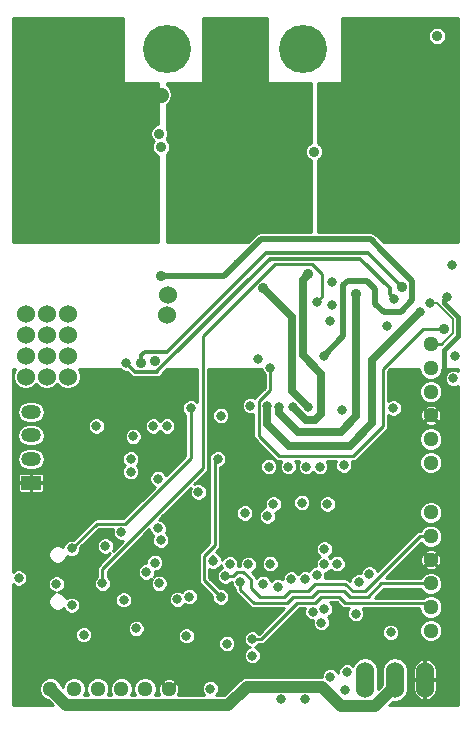
<source format=gbr>
%FSLAX46Y46*%
G04 Gerber Fmt 4.6, Leading zero omitted, Abs format (unit mm)*
G04 Created by KiCad (PCBNEW (2014-08-31 BZR 5107)-product) date tis  2 sep 2014 11:45:10*
%MOMM*%
G01*
G04 APERTURE LIST*
%ADD10C,0.150000*%
%ADD11R,1.699260X1.198880*%
%ADD12O,1.699260X1.198880*%
%ADD13O,1.524000X3.048000*%
%ADD14C,4.064000*%
%ADD15C,1.300480*%
%ADD16C,0.800000*%
%ADD17C,0.889000*%
%ADD18C,1.524000*%
%ADD19C,1.016000*%
%ADD20C,0.406400*%
%ADD21C,0.254000*%
%ADD22C,0.508000*%
%ADD23C,0.635000*%
%ADD24C,1.270000*%
%ADD25C,0.203200*%
%ADD26C,0.304800*%
G04 APERTURE END LIST*
D10*
D11*
X80450000Y-119728280D03*
D12*
X80450000Y-115725240D03*
X80450000Y-117726760D03*
X80450000Y-113726260D03*
D13*
X108712000Y-136398000D03*
X111252000Y-136398000D03*
X113792000Y-136398000D03*
D14*
X92000000Y-83000000D03*
X103500000Y-83000000D03*
D15*
X86099240Y-137200000D03*
X88100760Y-137200000D03*
X90099740Y-137200000D03*
X92101260Y-137200000D03*
X84100260Y-137200000D03*
X82098740Y-137200000D03*
X114300000Y-126253240D03*
X114300000Y-128254760D03*
X114300000Y-130253740D03*
X114300000Y-132255260D03*
X114300000Y-124254260D03*
X114300000Y-122252740D03*
X114300000Y-112029240D03*
X114300000Y-114030760D03*
X114300000Y-116029740D03*
X114300000Y-118031260D03*
X114300000Y-110030260D03*
X114300000Y-108028740D03*
D16*
X85979000Y-114935000D03*
X88900000Y-117729000D03*
X88900000Y-118800000D03*
X79400000Y-127800000D03*
X91823218Y-122684218D03*
X113556261Y-111007470D03*
X115655373Y-104052912D03*
X110871000Y-119380000D03*
X110871000Y-118364000D03*
X98552000Y-116840000D03*
X107750000Y-124550000D03*
X90170000Y-119634000D03*
X97028000Y-123063000D03*
X99314000Y-117475000D03*
X103251000Y-132842000D03*
X81800000Y-112800000D03*
X86300000Y-126200000D03*
X90246052Y-131672611D03*
X87478634Y-131037954D03*
X93321003Y-128553294D03*
X93700000Y-136700000D03*
X112000000Y-132300000D03*
D17*
X90908085Y-109436017D03*
D16*
X80600000Y-121900000D03*
X99187000Y-132969000D03*
X97028000Y-133350000D03*
X108204000Y-128143000D03*
X97282000Y-126619000D03*
X100965000Y-121539000D03*
X105537000Y-121539000D03*
X91948000Y-114935000D03*
X90805000Y-114935000D03*
X99187000Y-134366000D03*
X100457000Y-122555000D03*
X94615000Y-120523000D03*
X83900000Y-130100000D03*
X96901000Y-127635000D03*
X98171000Y-128143000D03*
X91200000Y-119400000D03*
X89100000Y-115800000D03*
X116350000Y-109000000D03*
X92850000Y-129600000D03*
X106350000Y-126600000D03*
X95631000Y-137160000D03*
X98552000Y-122301000D03*
X95885000Y-126365000D03*
X116200000Y-110900000D03*
X110900000Y-132400000D03*
X109100000Y-127450000D03*
X107200501Y-135762249D03*
X111125000Y-113411000D03*
X93980000Y-113411000D03*
X83900000Y-125300000D03*
D18*
X83566000Y-107188000D03*
X83566000Y-105410000D03*
X81788000Y-105410000D03*
X80010000Y-105410000D03*
X81788000Y-107188000D03*
X80010000Y-107188000D03*
X80010000Y-108966000D03*
X81788000Y-108966000D03*
X83566000Y-108966000D03*
X83566000Y-110744000D03*
X81788000Y-110744000D03*
X80010000Y-110744000D03*
D16*
X96520000Y-114046000D03*
X116100000Y-101300000D03*
X103886000Y-113284000D03*
D17*
X100133632Y-103272658D03*
D18*
X92070128Y-103845682D03*
X92000356Y-105549680D03*
D16*
X82600000Y-128300000D03*
X101600000Y-138085820D03*
X104304820Y-130645617D03*
D18*
X110744000Y-86868000D03*
X110744000Y-88646000D03*
X112522000Y-86868000D03*
X112522000Y-88646000D03*
X106934000Y-86868000D03*
X106934000Y-88646000D03*
X108966000Y-86868000D03*
X108966000Y-88646000D03*
X106934000Y-90424000D03*
X108966000Y-90424000D03*
X110744000Y-90424000D03*
X112522000Y-90424000D03*
D16*
X99695000Y-109220000D03*
X86741000Y-125095000D03*
D18*
X93980000Y-90678000D03*
X95758000Y-90678000D03*
X97790000Y-90678000D03*
X99822000Y-90678000D03*
X99822000Y-88900000D03*
X97790000Y-88900000D03*
X95758000Y-88900000D03*
X97790000Y-87122000D03*
X99822000Y-87122000D03*
X93980000Y-87122000D03*
D16*
X105918000Y-104648000D03*
D18*
X95758000Y-87122000D03*
X93980000Y-88900000D03*
D16*
X91200000Y-123600000D03*
X86500000Y-128267478D03*
D18*
X81026000Y-90932000D03*
X82804000Y-90932000D03*
X84582000Y-90932000D03*
X86360000Y-90932000D03*
X86360000Y-89154000D03*
X84582000Y-89154000D03*
X82804000Y-89154000D03*
X81026000Y-89154000D03*
X81026000Y-87122000D03*
X82804000Y-87122000D03*
X84582000Y-87122000D03*
X86360000Y-87122000D03*
D16*
X104648000Y-104394000D03*
D17*
X91440000Y-86868000D03*
D16*
X105283000Y-130429000D03*
X114245979Y-104541464D03*
X101346000Y-128524000D03*
X101473000Y-113284000D03*
D17*
X108003411Y-103725057D03*
X91440000Y-91313000D03*
D16*
X105791000Y-106045000D03*
X91300000Y-128250000D03*
X107061000Y-137287000D03*
X90932000Y-126492000D03*
X105792150Y-136142850D03*
D17*
X114808000Y-81915000D03*
D16*
X99012291Y-113211397D03*
X113397000Y-105297000D03*
X113400000Y-105300000D03*
X100441730Y-113235361D03*
X91440000Y-124587000D03*
X103632000Y-138085820D03*
D17*
X104394000Y-91694000D03*
D16*
X105918000Y-102743000D03*
X102616000Y-113284000D03*
D17*
X103917829Y-102086099D03*
X91313000Y-90170000D03*
D16*
X106807000Y-113538000D03*
X105283000Y-108966000D03*
D17*
X91452628Y-102191916D03*
D16*
X111216896Y-104140000D03*
X88519000Y-109601000D03*
D17*
X111860187Y-103159483D03*
X89792039Y-109562880D03*
D16*
X110617000Y-106426000D03*
D17*
X115433556Y-106692692D03*
D16*
X100711000Y-109982000D03*
X105283000Y-125349000D03*
X100584000Y-118364000D03*
X106934000Y-118237000D03*
X105283000Y-126619000D03*
X104902000Y-118364000D03*
X104648000Y-127508000D03*
X103632000Y-127889000D03*
X103759000Y-118364000D03*
X100076000Y-128270000D03*
X102235000Y-118364000D03*
X96520000Y-129413000D03*
X96266000Y-117729000D03*
X103378000Y-121412000D03*
X100700000Y-126600000D03*
X98850000Y-126650000D03*
X90200000Y-127300000D03*
X93859398Y-129369533D03*
X93605312Y-132700000D03*
X89352474Y-132069642D03*
X102489000Y-127889000D03*
X88100000Y-123900000D03*
X88292526Y-129652290D03*
X107950000Y-130810000D03*
X105029000Y-131572000D03*
X84900000Y-132600000D03*
D19*
X83434781Y-138536041D02*
X82098740Y-137200000D01*
X98700000Y-137000000D02*
X97163959Y-138536041D01*
X105113720Y-137000000D02*
X98700000Y-137000000D01*
X106721530Y-138607810D02*
X105113720Y-137000000D01*
X109592190Y-138607810D02*
X106721530Y-138607810D01*
X97163959Y-138536041D02*
X83434781Y-138536041D01*
X111252000Y-136948000D02*
X109592190Y-138607810D01*
X111252000Y-136398000D02*
X111252000Y-136948000D01*
D20*
X115450000Y-110350000D02*
X115331241Y-110468759D01*
X115331241Y-110468759D02*
X115331241Y-112931241D01*
X115450000Y-108524274D02*
X115450000Y-110350000D01*
X115655373Y-104052912D02*
X115450000Y-104258285D01*
X115450000Y-104258285D02*
X115450000Y-104497288D01*
X115450000Y-104497288D02*
X116640067Y-105687354D01*
X116640067Y-105687354D02*
X116640067Y-107334207D01*
X116640067Y-107334207D02*
X115450000Y-108524274D01*
D21*
X99949000Y-132969000D02*
X102997000Y-129921000D01*
X107061000Y-129921000D02*
X113967260Y-129921000D01*
X113967260Y-129921000D02*
X114300000Y-130253740D01*
X99187000Y-132969000D02*
X99949000Y-132969000D01*
X104521000Y-129921000D02*
X105029000Y-129413000D01*
X105029000Y-129413000D02*
X106553000Y-129413000D01*
X106553000Y-129413000D02*
X107061000Y-129921000D01*
X102997000Y-129921000D02*
X104521000Y-129921000D01*
X99060000Y-128651000D02*
X99060000Y-127889000D01*
X99060000Y-127889000D02*
X98425000Y-127254000D01*
X97917000Y-127254000D02*
X97536000Y-127635000D01*
X97536000Y-127635000D02*
X96901000Y-127635000D01*
X98425000Y-127254000D02*
X97917000Y-127254000D01*
X102362000Y-128905000D02*
X101854000Y-129413000D01*
X101854000Y-129413000D02*
X99822000Y-129413000D01*
X99822000Y-129413000D02*
X99060000Y-128651000D01*
X114300000Y-124254260D02*
X113362740Y-124254260D01*
X113362740Y-124254260D02*
X108712000Y-128905000D01*
X108712000Y-128905000D02*
X107696000Y-128905000D01*
X103886000Y-128905000D02*
X104521000Y-128270000D01*
X104521000Y-128270000D02*
X107061000Y-128270000D01*
X107061000Y-128270000D02*
X107696000Y-128905000D01*
X102362000Y-128905000D02*
X103886000Y-128905000D01*
X102616000Y-129413000D02*
X102108000Y-129921000D01*
X102108000Y-129921000D02*
X99314000Y-129921000D01*
X99314000Y-129921000D02*
X98171000Y-128778000D01*
X98171000Y-128778000D02*
X98171000Y-128143000D01*
X110124240Y-128254760D02*
X108966000Y-129413000D01*
X114300000Y-128254760D02*
X110124240Y-128254760D01*
X108966000Y-129413000D02*
X107442000Y-129413000D01*
X104267000Y-129413000D02*
X104775000Y-128905000D01*
X104775000Y-128905000D02*
X106934000Y-128905000D01*
X106934000Y-128905000D02*
X107442000Y-129413000D01*
X102616000Y-129413000D02*
X104267000Y-129413000D01*
D22*
X95885000Y-126365000D02*
X95885000Y-126111000D01*
D21*
X93980000Y-117653504D02*
X88438305Y-123195199D01*
X86004801Y-123195199D02*
X83900000Y-125300000D01*
X93980000Y-113411000D02*
X93980000Y-117653504D01*
X88438305Y-123195199D02*
X86004801Y-123195199D01*
D23*
X102552500Y-111950500D02*
X102552500Y-105691526D01*
X102552500Y-105691526D02*
X100133632Y-103272658D01*
X103886000Y-113284000D02*
X102552500Y-111950500D01*
D21*
X105092499Y-103949501D02*
X105092499Y-102047801D01*
X105092499Y-102047801D02*
X104268728Y-101224030D01*
X86500000Y-127010671D02*
X86500000Y-128267478D01*
X104648000Y-104394000D02*
X105092499Y-103949501D01*
X94996000Y-118514671D02*
X86500000Y-127010671D01*
X94996000Y-107350592D02*
X94996000Y-118514671D01*
X101122562Y-101224030D02*
X94996000Y-107350592D01*
X104268728Y-101224030D02*
X101122562Y-101224030D01*
D24*
X86614000Y-86868000D02*
X86360000Y-87122000D01*
X91440000Y-86868000D02*
X86614000Y-86868000D01*
D25*
X116157457Y-105887257D02*
X114811664Y-104541464D01*
X116157457Y-107098383D02*
X116157457Y-105887257D01*
X115227100Y-108028740D02*
X116157457Y-107098383D01*
X114811664Y-104541464D02*
X114245979Y-104541464D01*
D21*
X114300000Y-108028740D02*
X115227100Y-108028740D01*
D23*
X103066315Y-115443000D02*
X106680000Y-115443000D01*
X106680000Y-115443000D02*
X108003411Y-114119589D01*
X108003411Y-114119589D02*
X108003411Y-103725057D01*
X101473000Y-113284000D02*
X101473000Y-113849685D01*
X101473000Y-113849685D02*
X103066315Y-115443000D01*
X113400000Y-105300000D02*
X113397000Y-105297000D01*
X107442000Y-116586000D02*
X102266079Y-116586000D01*
X102266079Y-116586000D02*
X100441730Y-114761651D01*
X113400000Y-105300000D02*
X109347000Y-109353000D01*
X109347000Y-109353000D02*
X109347000Y-114681000D01*
X109347000Y-114681000D02*
X107442000Y-116586000D01*
X100441730Y-114761651D02*
X100441730Y-113235361D01*
X103473330Y-102530598D02*
X103917829Y-102086099D01*
X105029000Y-113919000D02*
X105029000Y-110490000D01*
X104521000Y-114427000D02*
X105029000Y-113919000D01*
X103759000Y-114427000D02*
X104521000Y-114427000D01*
X102616000Y-113284000D02*
X103759000Y-114427000D01*
X105029000Y-110490000D02*
X103473330Y-108934330D01*
X103473330Y-108934330D02*
X103473330Y-102530598D01*
D22*
X99900000Y-99100000D02*
X109200000Y-99100000D01*
X112736507Y-102636507D02*
X110205490Y-100105490D01*
X110205490Y-100105490D02*
X110024295Y-99924295D01*
X109200000Y-99100000D02*
X110205490Y-100105490D01*
X97614867Y-101385133D02*
X96808084Y-102191916D01*
X97920251Y-101079749D02*
X97614867Y-101385133D01*
X97614867Y-101385133D02*
X99900000Y-99100000D01*
D20*
X109200000Y-99100000D02*
X110024295Y-99924295D01*
X97920251Y-101079749D02*
X99900000Y-99100000D01*
D22*
X109600000Y-103300000D02*
X109600000Y-104600000D01*
X107284000Y-102616000D02*
X108916000Y-102616000D01*
X108916000Y-102616000D02*
X109600000Y-103300000D01*
X105283000Y-108966000D02*
X106900000Y-107349000D01*
X96808084Y-102191916D02*
X91452628Y-102191916D01*
X109600000Y-104600000D02*
X110300000Y-105300000D01*
X110300000Y-105300000D02*
X111743000Y-105300000D01*
X111743000Y-105300000D02*
X112736507Y-104306493D01*
X106900000Y-107349000D02*
X106900000Y-103000000D01*
X106900000Y-103000000D02*
X107284000Y-102616000D01*
X112736507Y-104306493D02*
X112736507Y-102636507D01*
D26*
X108330124Y-100766820D02*
X110816897Y-103253593D01*
X110816897Y-103253593D02*
X110816897Y-103740001D01*
X110816897Y-103740001D02*
X111216896Y-104140000D01*
X88519000Y-109601000D02*
X89255600Y-110337600D01*
X100672900Y-100766820D02*
X108330124Y-100766820D01*
X89255600Y-110337600D02*
X91147900Y-110337600D01*
X91147900Y-110337600D02*
X91147900Y-110291820D01*
D21*
X100572667Y-100867053D02*
X100672900Y-100766820D01*
D26*
X91147900Y-110291820D02*
X100572667Y-100867053D01*
X100315790Y-100284210D02*
X108984914Y-100284210D01*
X91938684Y-108661316D02*
X100315790Y-100284210D01*
X108984914Y-100284210D02*
X111860187Y-103159483D01*
X90064986Y-108661316D02*
X91938684Y-108661316D01*
X89792039Y-108934263D02*
X90064986Y-108661316D01*
X89792039Y-109562880D02*
X89792039Y-108934263D01*
D21*
X115433556Y-106737556D02*
X115433556Y-106692692D01*
X115523000Y-106827000D02*
X115433556Y-106737556D01*
X107696000Y-117475000D02*
X101473000Y-117475000D01*
X113652308Y-106692692D02*
X110236000Y-110109000D01*
X101473000Y-117475000D02*
X99736910Y-115738910D01*
X110236000Y-110109000D02*
X110236000Y-114935000D01*
X110236000Y-114935000D02*
X107696000Y-117475000D01*
X115433556Y-106692692D02*
X113652308Y-106692692D01*
X100711000Y-111869487D02*
X99736910Y-112843577D01*
X100711000Y-109982000D02*
X100711000Y-111869487D01*
X99736910Y-115738910D02*
X99736910Y-112843577D01*
X96520000Y-129413000D02*
X95100000Y-127993000D01*
X95100000Y-125900000D02*
X96012000Y-124988000D01*
X96012000Y-124988000D02*
X96012000Y-117983000D01*
X95100000Y-127993000D02*
X95100000Y-125900000D01*
X96012000Y-117983000D02*
X96266000Y-117729000D01*
G36*
X116594800Y-138594800D02*
X115280610Y-138594800D01*
X115280610Y-132061094D01*
X115280610Y-130059574D01*
X115131661Y-129699091D01*
X114856100Y-129423048D01*
X114495877Y-129273471D01*
X114105834Y-129273130D01*
X113745351Y-129422079D01*
X113703557Y-129463800D01*
X109561778Y-129463800D01*
X110313618Y-128711960D01*
X113428073Y-128711960D01*
X113468339Y-128809409D01*
X113743900Y-129085452D01*
X114104123Y-129235029D01*
X114494166Y-129235370D01*
X114854649Y-129086421D01*
X115130692Y-128810860D01*
X115280269Y-128450637D01*
X115280610Y-128060594D01*
X115205097Y-127877839D01*
X115205097Y-126077740D01*
X115069039Y-125744734D01*
X115064097Y-125737336D01*
X114929055Y-125669086D01*
X114884154Y-125713987D01*
X114884154Y-125624185D01*
X114815904Y-125489143D01*
X114484225Y-125349879D01*
X114124500Y-125348143D01*
X113791494Y-125484201D01*
X113784096Y-125489143D01*
X113715846Y-125624185D01*
X114300000Y-126208339D01*
X114884154Y-125624185D01*
X114884154Y-125713987D01*
X114344901Y-126253240D01*
X114929055Y-126837394D01*
X115064097Y-126769144D01*
X115203361Y-126437465D01*
X115205097Y-126077740D01*
X115205097Y-127877839D01*
X115131661Y-127700111D01*
X114884154Y-127452171D01*
X114884154Y-126882295D01*
X114300000Y-126298141D01*
X114255099Y-126343042D01*
X114255099Y-126253240D01*
X113670945Y-125669086D01*
X113535903Y-125737336D01*
X113396639Y-126069015D01*
X113394903Y-126428740D01*
X113530961Y-126761746D01*
X113535903Y-126769144D01*
X113670945Y-126837394D01*
X114255099Y-126253240D01*
X114255099Y-126343042D01*
X113715846Y-126882295D01*
X113784096Y-127017337D01*
X114115775Y-127156601D01*
X114475500Y-127158337D01*
X114808506Y-127022279D01*
X114815904Y-127017337D01*
X114884154Y-126882295D01*
X114884154Y-127452171D01*
X114856100Y-127424068D01*
X114495877Y-127274491D01*
X114105834Y-127274150D01*
X113745351Y-127423099D01*
X113469308Y-127698660D01*
X113428241Y-127797560D01*
X110466018Y-127797560D01*
X113464342Y-124799236D01*
X113468339Y-124808909D01*
X113743900Y-125084952D01*
X114104123Y-125234529D01*
X114494166Y-125234870D01*
X114854649Y-125085921D01*
X115130692Y-124810360D01*
X115280269Y-124450137D01*
X115280610Y-124060094D01*
X115280610Y-122058574D01*
X115280610Y-117837094D01*
X115280610Y-115835574D01*
X115280610Y-111835074D01*
X115131661Y-111474591D01*
X114856100Y-111198548D01*
X114495877Y-111048971D01*
X114105834Y-111048630D01*
X113745351Y-111197579D01*
X113469308Y-111473140D01*
X113319731Y-111833363D01*
X113319390Y-112223406D01*
X113468339Y-112583889D01*
X113743900Y-112859932D01*
X114104123Y-113009509D01*
X114494166Y-113009850D01*
X114854649Y-112860901D01*
X115130692Y-112585340D01*
X115280269Y-112225117D01*
X115280610Y-111835074D01*
X115280610Y-115835574D01*
X115205097Y-115652819D01*
X115205097Y-113855260D01*
X115069039Y-113522254D01*
X115064097Y-113514856D01*
X114929055Y-113446606D01*
X114884154Y-113491507D01*
X114884154Y-113401705D01*
X114815904Y-113266663D01*
X114484225Y-113127399D01*
X114124500Y-113125663D01*
X113791494Y-113261721D01*
X113784096Y-113266663D01*
X113715846Y-113401705D01*
X114300000Y-113985859D01*
X114884154Y-113401705D01*
X114884154Y-113491507D01*
X114344901Y-114030760D01*
X114929055Y-114614914D01*
X115064097Y-114546664D01*
X115203361Y-114214985D01*
X115205097Y-113855260D01*
X115205097Y-115652819D01*
X115131661Y-115475091D01*
X114884154Y-115227151D01*
X114884154Y-114659815D01*
X114300000Y-114075661D01*
X114255099Y-114120562D01*
X114255099Y-114030760D01*
X113670945Y-113446606D01*
X113535903Y-113514856D01*
X113396639Y-113846535D01*
X113394903Y-114206260D01*
X113530961Y-114539266D01*
X113535903Y-114546664D01*
X113670945Y-114614914D01*
X114255099Y-114030760D01*
X114255099Y-114120562D01*
X113715846Y-114659815D01*
X113784096Y-114794857D01*
X114115775Y-114934121D01*
X114475500Y-114935857D01*
X114808506Y-114799799D01*
X114815904Y-114794857D01*
X114884154Y-114659815D01*
X114884154Y-115227151D01*
X114856100Y-115199048D01*
X114495877Y-115049471D01*
X114105834Y-115049130D01*
X113745351Y-115198079D01*
X113469308Y-115473640D01*
X113319731Y-115833863D01*
X113319390Y-116223906D01*
X113468339Y-116584389D01*
X113743900Y-116860432D01*
X114104123Y-117010009D01*
X114494166Y-117010350D01*
X114854649Y-116861401D01*
X115130692Y-116585840D01*
X115280269Y-116225617D01*
X115280610Y-115835574D01*
X115280610Y-117837094D01*
X115131661Y-117476611D01*
X114856100Y-117200568D01*
X114495877Y-117050991D01*
X114105834Y-117050650D01*
X113745351Y-117199599D01*
X113469308Y-117475160D01*
X113319731Y-117835383D01*
X113319390Y-118225426D01*
X113468339Y-118585909D01*
X113743900Y-118861952D01*
X114104123Y-119011529D01*
X114494166Y-119011870D01*
X114854649Y-118862921D01*
X115130692Y-118587360D01*
X115280269Y-118227137D01*
X115280610Y-117837094D01*
X115280610Y-122058574D01*
X115131661Y-121698091D01*
X114856100Y-121422048D01*
X114495877Y-121272471D01*
X114105834Y-121272130D01*
X113745351Y-121421079D01*
X113469308Y-121696640D01*
X113319731Y-122056863D01*
X113319390Y-122446906D01*
X113468339Y-122807389D01*
X113743900Y-123083432D01*
X114104123Y-123233009D01*
X114494166Y-123233350D01*
X114854649Y-123084401D01*
X115130692Y-122808840D01*
X115280269Y-122448617D01*
X115280610Y-122058574D01*
X115280610Y-124060094D01*
X115131661Y-123699611D01*
X114856100Y-123423568D01*
X114495877Y-123273991D01*
X114105834Y-123273650D01*
X113745351Y-123422599D01*
X113469308Y-123698160D01*
X113428241Y-123797060D01*
X113362740Y-123797060D01*
X113187777Y-123831862D01*
X113039451Y-123930970D01*
X109781996Y-127188425D01*
X109719394Y-127036916D01*
X109514165Y-126831328D01*
X109245883Y-126719927D01*
X108955392Y-126719674D01*
X108686916Y-126830606D01*
X108481328Y-127035835D01*
X108369927Y-127304117D01*
X108369825Y-127421207D01*
X108349883Y-127412927D01*
X108059392Y-127412674D01*
X107790916Y-127523606D01*
X107585328Y-127728835D01*
X107473927Y-127997117D01*
X107473892Y-128036314D01*
X107384289Y-127946711D01*
X107235963Y-127847602D01*
X107061000Y-127812800D01*
X105312084Y-127812800D01*
X105378073Y-127653883D01*
X105378326Y-127363392D01*
X105372494Y-127349277D01*
X105427608Y-127349326D01*
X105696084Y-127238394D01*
X105826029Y-127108674D01*
X105935835Y-127218672D01*
X106204117Y-127330073D01*
X106494608Y-127330326D01*
X106763084Y-127219394D01*
X106968672Y-127014165D01*
X107080073Y-126745883D01*
X107080326Y-126455392D01*
X106969394Y-126186916D01*
X106764165Y-125981328D01*
X106495883Y-125869927D01*
X106267326Y-125869727D01*
X106267326Y-121394392D01*
X106156394Y-121125916D01*
X105951165Y-120920328D01*
X105682883Y-120808927D01*
X105392392Y-120808674D01*
X105123916Y-120919606D01*
X104918328Y-121124835D01*
X104806927Y-121393117D01*
X104806674Y-121683608D01*
X104917606Y-121952084D01*
X105122835Y-122157672D01*
X105391117Y-122269073D01*
X105681608Y-122269326D01*
X105950084Y-122158394D01*
X106155672Y-121953165D01*
X106267073Y-121684883D01*
X106267326Y-121394392D01*
X106267326Y-125869727D01*
X106205392Y-125869674D01*
X105936916Y-125980606D01*
X105806970Y-126110325D01*
X105697165Y-126000328D01*
X105658078Y-125984097D01*
X105696084Y-125968394D01*
X105901672Y-125763165D01*
X106013073Y-125494883D01*
X106013326Y-125204392D01*
X105902394Y-124935916D01*
X105697165Y-124730328D01*
X105428883Y-124618927D01*
X105138392Y-124618674D01*
X104869916Y-124729606D01*
X104664328Y-124934835D01*
X104552927Y-125203117D01*
X104552674Y-125493608D01*
X104663606Y-125762084D01*
X104868835Y-125967672D01*
X104907921Y-125983902D01*
X104869916Y-125999606D01*
X104664328Y-126204835D01*
X104552927Y-126473117D01*
X104552674Y-126763608D01*
X104558505Y-126777722D01*
X104503392Y-126777674D01*
X104234916Y-126888606D01*
X104108326Y-127014974D01*
X104108326Y-121267392D01*
X103997394Y-120998916D01*
X103792165Y-120793328D01*
X103523883Y-120681927D01*
X103233392Y-120681674D01*
X102964916Y-120792606D01*
X102759328Y-120997835D01*
X102647927Y-121266117D01*
X102647674Y-121556608D01*
X102758606Y-121825084D01*
X102963835Y-122030672D01*
X103232117Y-122142073D01*
X103522608Y-122142326D01*
X103791084Y-122031394D01*
X103996672Y-121826165D01*
X104108073Y-121557883D01*
X104108326Y-121267392D01*
X104108326Y-127014974D01*
X104029328Y-127093835D01*
X103969295Y-127238408D01*
X103777883Y-127158927D01*
X103487392Y-127158674D01*
X103218916Y-127269606D01*
X103060403Y-127427841D01*
X102903165Y-127270328D01*
X102634883Y-127158927D01*
X102344392Y-127158674D01*
X102075916Y-127269606D01*
X101870328Y-127474835D01*
X101758927Y-127743117D01*
X101758786Y-127904755D01*
X101695326Y-127878404D01*
X101695326Y-121394392D01*
X101584394Y-121125916D01*
X101379165Y-120920328D01*
X101314326Y-120893404D01*
X101314326Y-118219392D01*
X101203394Y-117950916D01*
X100998165Y-117745328D01*
X100729883Y-117633927D01*
X100439392Y-117633674D01*
X100170916Y-117744606D01*
X99965328Y-117949835D01*
X99853927Y-118218117D01*
X99853674Y-118508608D01*
X99964606Y-118777084D01*
X100169835Y-118982672D01*
X100438117Y-119094073D01*
X100728608Y-119094326D01*
X100997084Y-118983394D01*
X101202672Y-118778165D01*
X101314073Y-118509883D01*
X101314326Y-118219392D01*
X101314326Y-120893404D01*
X101110883Y-120808927D01*
X100820392Y-120808674D01*
X100551916Y-120919606D01*
X100346328Y-121124835D01*
X100234927Y-121393117D01*
X100234674Y-121683608D01*
X100295794Y-121831531D01*
X100043916Y-121935606D01*
X99838328Y-122140835D01*
X99726927Y-122409117D01*
X99726674Y-122699608D01*
X99837606Y-122968084D01*
X100042835Y-123173672D01*
X100311117Y-123285073D01*
X100601608Y-123285326D01*
X100870084Y-123174394D01*
X101075672Y-122969165D01*
X101187073Y-122700883D01*
X101187326Y-122410392D01*
X101126205Y-122262468D01*
X101378084Y-122158394D01*
X101583672Y-121953165D01*
X101695073Y-121684883D01*
X101695326Y-121394392D01*
X101695326Y-127878404D01*
X101491883Y-127793927D01*
X101430326Y-127793873D01*
X101430326Y-126455392D01*
X101319394Y-126186916D01*
X101114165Y-125981328D01*
X100845883Y-125869927D01*
X100555392Y-125869674D01*
X100286916Y-125980606D01*
X100081328Y-126185835D01*
X99969927Y-126454117D01*
X99969674Y-126744608D01*
X100080606Y-127013084D01*
X100285835Y-127218672D01*
X100554117Y-127330073D01*
X100844608Y-127330326D01*
X101113084Y-127219394D01*
X101318672Y-127014165D01*
X101430073Y-126745883D01*
X101430326Y-126455392D01*
X101430326Y-127793873D01*
X101201392Y-127793674D01*
X100932916Y-127904606D01*
X100778706Y-128058546D01*
X100695394Y-127856916D01*
X100490165Y-127651328D01*
X100221883Y-127539927D01*
X99931392Y-127539674D01*
X99662916Y-127650606D01*
X99501777Y-127811463D01*
X99482398Y-127714037D01*
X99383289Y-127565711D01*
X99138463Y-127320885D01*
X99263084Y-127269394D01*
X99468672Y-127064165D01*
X99580073Y-126795883D01*
X99580326Y-126505392D01*
X99469394Y-126236916D01*
X99282326Y-126049520D01*
X99282326Y-122156392D01*
X99171394Y-121887916D01*
X98966165Y-121682328D01*
X98697883Y-121570927D01*
X98407392Y-121570674D01*
X98138916Y-121681606D01*
X97933328Y-121886835D01*
X97821927Y-122155117D01*
X97821674Y-122445608D01*
X97932606Y-122714084D01*
X98137835Y-122919672D01*
X98406117Y-123031073D01*
X98696608Y-123031326D01*
X98965084Y-122920394D01*
X99170672Y-122715165D01*
X99282073Y-122446883D01*
X99282326Y-122156392D01*
X99282326Y-126049520D01*
X99264165Y-126031328D01*
X98995883Y-125919927D01*
X98705392Y-125919674D01*
X98436916Y-126030606D01*
X98231328Y-126235835D01*
X98119927Y-126504117D01*
X98119674Y-126794608D01*
X98120579Y-126796800D01*
X97998819Y-126796800D01*
X98012073Y-126764883D01*
X98012326Y-126474392D01*
X97901394Y-126205916D01*
X97696165Y-126000328D01*
X97427883Y-125888927D01*
X97250326Y-125888772D01*
X97250326Y-113901392D01*
X97139394Y-113632916D01*
X96934165Y-113427328D01*
X96665883Y-113315927D01*
X96375392Y-113315674D01*
X96106916Y-113426606D01*
X95901328Y-113631835D01*
X95789927Y-113900117D01*
X95789674Y-114190608D01*
X95900606Y-114459084D01*
X96105835Y-114664672D01*
X96374117Y-114776073D01*
X96664608Y-114776326D01*
X96933084Y-114665394D01*
X97138672Y-114460165D01*
X97250073Y-114191883D01*
X97250326Y-113901392D01*
X97250326Y-125888772D01*
X97137392Y-125888674D01*
X96868916Y-125999606D01*
X96663328Y-126204835D01*
X96615238Y-126320646D01*
X96615326Y-126220392D01*
X96504394Y-125951916D01*
X96393765Y-125841093D01*
X96298092Y-125697908D01*
X96108564Y-125571270D01*
X96080825Y-125565752D01*
X96335289Y-125311289D01*
X96434398Y-125162963D01*
X96469200Y-124988000D01*
X96469200Y-118435116D01*
X96679084Y-118348394D01*
X96884672Y-118143165D01*
X96996073Y-117874883D01*
X96996326Y-117584392D01*
X96885394Y-117315916D01*
X96680165Y-117110328D01*
X96411883Y-116998927D01*
X96121392Y-116998674D01*
X95852916Y-117109606D01*
X95647328Y-117314835D01*
X95535927Y-117583117D01*
X95535674Y-117873608D01*
X95563273Y-117940402D01*
X95554800Y-117983000D01*
X95554800Y-124798622D01*
X94776711Y-125576711D01*
X94677602Y-125725037D01*
X94642800Y-125900000D01*
X94642800Y-127993000D01*
X94677602Y-128167963D01*
X94776711Y-128316289D01*
X95789872Y-129329450D01*
X95789674Y-129557608D01*
X95900606Y-129826084D01*
X96105835Y-130031672D01*
X96374117Y-130143073D01*
X96664608Y-130143326D01*
X96933084Y-130032394D01*
X97138672Y-129827165D01*
X97250073Y-129558883D01*
X97250326Y-129268392D01*
X97139394Y-128999916D01*
X96934165Y-128794328D01*
X96665883Y-128682927D01*
X96436305Y-128682727D01*
X95557200Y-127803622D01*
X95557200Y-127019534D01*
X95739117Y-127095073D01*
X96029608Y-127095326D01*
X96298084Y-126984394D01*
X96503672Y-126779165D01*
X96551761Y-126663353D01*
X96551674Y-126763608D01*
X96631315Y-126956354D01*
X96487916Y-127015606D01*
X96282328Y-127220835D01*
X96170927Y-127489117D01*
X96170674Y-127779608D01*
X96281606Y-128048084D01*
X96486835Y-128253672D01*
X96755117Y-128365073D01*
X97045608Y-128365326D01*
X97314084Y-128254394D01*
X97440813Y-128127886D01*
X97440674Y-128287608D01*
X97551606Y-128556084D01*
X97713800Y-128718561D01*
X97713800Y-128778000D01*
X97748602Y-128952963D01*
X97847711Y-129101289D01*
X98990711Y-130244289D01*
X99139037Y-130343398D01*
X99314000Y-130378200D01*
X101893222Y-130378200D01*
X99760989Y-132510432D01*
X99601165Y-132350328D01*
X99332883Y-132238927D01*
X99042392Y-132238674D01*
X98773916Y-132349606D01*
X98568328Y-132554835D01*
X98456927Y-132823117D01*
X98456674Y-133113608D01*
X98567606Y-133382084D01*
X98772835Y-133587672D01*
X98965223Y-133667559D01*
X98773916Y-133746606D01*
X98568328Y-133951835D01*
X98456927Y-134220117D01*
X98456674Y-134510608D01*
X98567606Y-134779084D01*
X98772835Y-134984672D01*
X99041117Y-135096073D01*
X99331608Y-135096326D01*
X99600084Y-134985394D01*
X99805672Y-134780165D01*
X99917073Y-134511883D01*
X99917326Y-134221392D01*
X99806394Y-133952916D01*
X99601165Y-133747328D01*
X99408776Y-133667440D01*
X99600084Y-133588394D01*
X99762561Y-133426200D01*
X99949000Y-133426200D01*
X100123963Y-133391398D01*
X100272289Y-133292289D01*
X103186378Y-130378200D01*
X103625212Y-130378200D01*
X103574747Y-130499734D01*
X103574494Y-130790225D01*
X103685426Y-131058701D01*
X103890655Y-131264289D01*
X104158937Y-131375690D01*
X104319808Y-131375830D01*
X104298927Y-131426117D01*
X104298674Y-131716608D01*
X104409606Y-131985084D01*
X104614835Y-132190672D01*
X104883117Y-132302073D01*
X105173608Y-132302326D01*
X105442084Y-132191394D01*
X105647672Y-131986165D01*
X105759073Y-131717883D01*
X105759326Y-131427392D01*
X105648394Y-131158916D01*
X105584209Y-131094619D01*
X105696084Y-131048394D01*
X105901672Y-130843165D01*
X106013073Y-130574883D01*
X106013326Y-130284392D01*
X105902394Y-130015916D01*
X105756932Y-129870200D01*
X106363621Y-129870200D01*
X106737710Y-130244289D01*
X106737711Y-130244289D01*
X106886037Y-130343398D01*
X107061000Y-130378200D01*
X107348993Y-130378200D01*
X107331328Y-130395835D01*
X107219927Y-130664117D01*
X107219674Y-130954608D01*
X107330606Y-131223084D01*
X107535835Y-131428672D01*
X107804117Y-131540073D01*
X108094608Y-131540326D01*
X108363084Y-131429394D01*
X108568672Y-131224165D01*
X108680073Y-130955883D01*
X108680326Y-130665392D01*
X108569394Y-130396916D01*
X108550710Y-130378200D01*
X113319450Y-130378200D01*
X113319390Y-130447906D01*
X113468339Y-130808389D01*
X113743900Y-131084432D01*
X114104123Y-131234009D01*
X114494166Y-131234350D01*
X114854649Y-131085401D01*
X115130692Y-130809840D01*
X115280269Y-130449617D01*
X115280610Y-130059574D01*
X115280610Y-132061094D01*
X115131661Y-131700611D01*
X114856100Y-131424568D01*
X114495877Y-131274991D01*
X114105834Y-131274650D01*
X113745351Y-131423599D01*
X113469308Y-131699160D01*
X113319731Y-132059383D01*
X113319390Y-132449426D01*
X113468339Y-132809909D01*
X113743900Y-133085952D01*
X114104123Y-133235529D01*
X114494166Y-133235870D01*
X114854649Y-133086921D01*
X115130692Y-132811360D01*
X115280269Y-132451137D01*
X115280610Y-132061094D01*
X115280610Y-138594800D01*
X114808000Y-138594800D01*
X114808000Y-137191750D01*
X114808000Y-136429750D01*
X114808000Y-136366250D01*
X114808000Y-135604250D01*
X114718511Y-135217860D01*
X114487969Y-134895129D01*
X114151472Y-134685189D01*
X113982219Y-134637965D01*
X113823750Y-134684029D01*
X113823750Y-136366250D01*
X114808000Y-136366250D01*
X114808000Y-136429750D01*
X113823750Y-136429750D01*
X113823750Y-138111971D01*
X113982219Y-138158035D01*
X114151472Y-138110811D01*
X114487969Y-137900871D01*
X114718511Y-137578140D01*
X114808000Y-137191750D01*
X114808000Y-138594800D01*
X113760250Y-138594800D01*
X113760250Y-138111971D01*
X113760250Y-136429750D01*
X113760250Y-136366250D01*
X113760250Y-134684029D01*
X113601781Y-134637965D01*
X113432528Y-134685189D01*
X113096031Y-134895129D01*
X112865489Y-135217860D01*
X112776000Y-135604250D01*
X112776000Y-136366250D01*
X113760250Y-136366250D01*
X113760250Y-136429750D01*
X112776000Y-136429750D01*
X112776000Y-137191750D01*
X112865489Y-137578140D01*
X113096031Y-137900871D01*
X113432528Y-138110811D01*
X113601781Y-138158035D01*
X113760250Y-138111971D01*
X113760250Y-138594800D01*
X110790594Y-138594800D01*
X111122606Y-138262787D01*
X111252000Y-138288526D01*
X111669967Y-138205387D01*
X112024302Y-137968628D01*
X112261061Y-137614293D01*
X112344200Y-137196326D01*
X112344200Y-135599674D01*
X112261061Y-135181707D01*
X112024302Y-134827372D01*
X111669967Y-134590613D01*
X111630326Y-134582727D01*
X111630326Y-132255392D01*
X111519394Y-131986916D01*
X111314165Y-131781328D01*
X111045883Y-131669927D01*
X110755392Y-131669674D01*
X110486916Y-131780606D01*
X110281328Y-131985835D01*
X110169927Y-132254117D01*
X110169674Y-132544608D01*
X110280606Y-132813084D01*
X110485835Y-133018672D01*
X110754117Y-133130073D01*
X111044608Y-133130326D01*
X111313084Y-133019394D01*
X111518672Y-132814165D01*
X111630073Y-132545883D01*
X111630326Y-132255392D01*
X111630326Y-134582727D01*
X111252000Y-134507474D01*
X110834033Y-134590613D01*
X110479698Y-134827372D01*
X110242939Y-135181707D01*
X110159800Y-135599674D01*
X110159800Y-136854806D01*
X109800703Y-137213902D01*
X109804200Y-137196326D01*
X109804200Y-135599674D01*
X109721061Y-135181707D01*
X109484302Y-134827372D01*
X109129967Y-134590613D01*
X108712000Y-134507474D01*
X108294033Y-134590613D01*
X107939698Y-134827372D01*
X107702939Y-135181707D01*
X107694596Y-135223647D01*
X107614666Y-135143577D01*
X107346384Y-135032176D01*
X107055893Y-135031923D01*
X106787417Y-135142855D01*
X106581829Y-135348084D01*
X106470428Y-135616366D01*
X106470205Y-135871737D01*
X106411544Y-135729766D01*
X106206315Y-135524178D01*
X105938033Y-135412777D01*
X105647542Y-135412524D01*
X105379066Y-135523456D01*
X105173478Y-135728685D01*
X105062077Y-135996967D01*
X105061933Y-136161800D01*
X98700000Y-136161800D01*
X98379234Y-136225604D01*
X98107303Y-136407303D01*
X97758326Y-136756280D01*
X97758326Y-133205392D01*
X97647394Y-132936916D01*
X97442165Y-132731328D01*
X97173883Y-132619927D01*
X96883392Y-132619674D01*
X96614916Y-132730606D01*
X96409328Y-132935835D01*
X96297927Y-133204117D01*
X96297674Y-133494608D01*
X96408606Y-133763084D01*
X96613835Y-133968672D01*
X96882117Y-134080073D01*
X97172608Y-134080326D01*
X97441084Y-133969394D01*
X97646672Y-133764165D01*
X97758073Y-133495883D01*
X97758326Y-133205392D01*
X97758326Y-136756280D01*
X96816765Y-137697841D01*
X96125779Y-137697841D01*
X96249672Y-137574165D01*
X96361073Y-137305883D01*
X96361326Y-137015392D01*
X96250394Y-136746916D01*
X96045165Y-136541328D01*
X95776883Y-136429927D01*
X95486392Y-136429674D01*
X95217916Y-136540606D01*
X95012328Y-136745835D01*
X94900927Y-137014117D01*
X94900674Y-137304608D01*
X95011606Y-137573084D01*
X95136145Y-137697841D01*
X94589724Y-137697841D01*
X94589724Y-129224925D01*
X94478792Y-128956449D01*
X94273563Y-128750861D01*
X94005281Y-128639460D01*
X93714790Y-128639207D01*
X93446314Y-128750139D01*
X93240726Y-128955368D01*
X93234978Y-128969208D01*
X92995883Y-128869927D01*
X92705392Y-128869674D01*
X92436916Y-128980606D01*
X92231328Y-129185835D01*
X92119927Y-129454117D01*
X92119674Y-129744608D01*
X92230606Y-130013084D01*
X92435835Y-130218672D01*
X92704117Y-130330073D01*
X92994608Y-130330326D01*
X93263084Y-130219394D01*
X93468672Y-130014165D01*
X93474419Y-130000324D01*
X93713515Y-130099606D01*
X94004006Y-130099859D01*
X94272482Y-129988927D01*
X94478070Y-129783698D01*
X94589471Y-129515416D01*
X94589724Y-129224925D01*
X94589724Y-137697841D01*
X94335638Y-137697841D01*
X94335638Y-132555392D01*
X94224706Y-132286916D01*
X94019477Y-132081328D01*
X93751195Y-131969927D01*
X93460704Y-131969674D01*
X93192228Y-132080606D01*
X92986640Y-132285835D01*
X92875239Y-132554117D01*
X92874986Y-132844608D01*
X92985918Y-133113084D01*
X93191147Y-133318672D01*
X93459429Y-133430073D01*
X93749920Y-133430326D01*
X94018396Y-133319394D01*
X94223984Y-133114165D01*
X94335385Y-132845883D01*
X94335638Y-132555392D01*
X94335638Y-137697841D01*
X92872941Y-137697841D01*
X93004621Y-137384225D01*
X93006357Y-137024500D01*
X92870299Y-136691494D01*
X92865357Y-136684096D01*
X92730315Y-136615846D01*
X92685414Y-136660747D01*
X92685414Y-136570945D01*
X92617164Y-136435903D01*
X92285485Y-136296639D01*
X92030326Y-136295407D01*
X92030326Y-128105392D01*
X91919394Y-127836916D01*
X91714165Y-127631328D01*
X91445883Y-127519927D01*
X91155392Y-127519674D01*
X90886916Y-127630606D01*
X90829618Y-127687803D01*
X90930073Y-127445883D01*
X90930267Y-127222198D01*
X91076608Y-127222326D01*
X91345084Y-127111394D01*
X91550672Y-126906165D01*
X91662073Y-126637883D01*
X91662326Y-126347392D01*
X91551394Y-126078916D01*
X91346165Y-125873328D01*
X91077883Y-125761927D01*
X90787392Y-125761674D01*
X90518916Y-125872606D01*
X90313328Y-126077835D01*
X90201927Y-126346117D01*
X90201732Y-126569801D01*
X90055392Y-126569674D01*
X89786916Y-126680606D01*
X89581328Y-126885835D01*
X89469927Y-127154117D01*
X89469674Y-127444608D01*
X89580606Y-127713084D01*
X89785835Y-127918672D01*
X90054117Y-128030073D01*
X90344608Y-128030326D01*
X90613084Y-127919394D01*
X90670381Y-127862196D01*
X90569927Y-128104117D01*
X90569674Y-128394608D01*
X90680606Y-128663084D01*
X90885835Y-128868672D01*
X91154117Y-128980073D01*
X91444608Y-128980326D01*
X91713084Y-128869394D01*
X91918672Y-128664165D01*
X92030073Y-128395883D01*
X92030326Y-128105392D01*
X92030326Y-136295407D01*
X91925760Y-136294903D01*
X91592754Y-136430961D01*
X91585356Y-136435903D01*
X91517106Y-136570945D01*
X92101260Y-137155099D01*
X92685414Y-136570945D01*
X92685414Y-136660747D01*
X92146161Y-137200000D01*
X92160303Y-137214142D01*
X92115402Y-137259043D01*
X92101260Y-137244901D01*
X92087117Y-137259043D01*
X92042216Y-137214142D01*
X92056359Y-137200000D01*
X91472205Y-136615846D01*
X91337163Y-136684096D01*
X91197899Y-137015775D01*
X91196163Y-137375500D01*
X91327863Y-137697841D01*
X90954623Y-137697841D01*
X91080009Y-137395877D01*
X91080350Y-137005834D01*
X90931401Y-136645351D01*
X90655840Y-136369308D01*
X90295617Y-136219731D01*
X90082800Y-136219544D01*
X90082800Y-131925034D01*
X89971868Y-131656558D01*
X89766639Y-131450970D01*
X89498357Y-131339569D01*
X89207866Y-131339316D01*
X89022852Y-131415762D01*
X89022852Y-129507682D01*
X88911920Y-129239206D01*
X88706691Y-129033618D01*
X88438409Y-128922217D01*
X88147918Y-128921964D01*
X87879442Y-129032896D01*
X87673854Y-129238125D01*
X87562453Y-129506407D01*
X87562200Y-129796898D01*
X87673132Y-130065374D01*
X87878361Y-130270962D01*
X88146643Y-130382363D01*
X88437134Y-130382616D01*
X88705610Y-130271684D01*
X88911198Y-130066455D01*
X89022599Y-129798173D01*
X89022852Y-129507682D01*
X89022852Y-131415762D01*
X88939390Y-131450248D01*
X88733802Y-131655477D01*
X88622401Y-131923759D01*
X88622148Y-132214250D01*
X88733080Y-132482726D01*
X88938309Y-132688314D01*
X89206591Y-132799715D01*
X89497082Y-132799968D01*
X89765558Y-132689036D01*
X89971146Y-132483807D01*
X90082547Y-132215525D01*
X90082800Y-131925034D01*
X90082800Y-136219544D01*
X89905574Y-136219390D01*
X89545091Y-136368339D01*
X89269048Y-136643900D01*
X89119471Y-137004123D01*
X89119130Y-137394166D01*
X89244606Y-137697841D01*
X88955643Y-137697841D01*
X89081029Y-137395877D01*
X89081370Y-137005834D01*
X88932421Y-136645351D01*
X88656860Y-136369308D01*
X88296637Y-136219731D01*
X87906594Y-136219390D01*
X87546111Y-136368339D01*
X87270068Y-136643900D01*
X87120491Y-137004123D01*
X87120150Y-137394166D01*
X87245626Y-137697841D01*
X86954123Y-137697841D01*
X87079509Y-137395877D01*
X87079850Y-137005834D01*
X86930901Y-136645351D01*
X86655340Y-136369308D01*
X86295117Y-136219731D01*
X85905074Y-136219390D01*
X85630326Y-136332913D01*
X85630326Y-132455392D01*
X85519394Y-132186916D01*
X85314165Y-131981328D01*
X85045883Y-131869927D01*
X84755392Y-131869674D01*
X84630326Y-131921350D01*
X84630326Y-129955392D01*
X84519394Y-129686916D01*
X84314165Y-129481328D01*
X84045883Y-129369927D01*
X83755392Y-129369674D01*
X83486916Y-129480606D01*
X83434023Y-129533406D01*
X83361807Y-129358630D01*
X83142525Y-129138964D01*
X82855872Y-129019936D01*
X82769935Y-129019860D01*
X83013084Y-128919394D01*
X83218672Y-128714165D01*
X83330073Y-128445883D01*
X83330326Y-128155392D01*
X83219394Y-127886916D01*
X83014165Y-127681328D01*
X82745883Y-127569927D01*
X82455392Y-127569674D01*
X82186916Y-127680606D01*
X81981328Y-127885835D01*
X81869927Y-128154117D01*
X81869674Y-128444608D01*
X81980606Y-128713084D01*
X82185835Y-128918672D01*
X82454117Y-129030073D01*
X82520160Y-129030130D01*
X82258630Y-129138193D01*
X82038964Y-129357475D01*
X81919936Y-129644128D01*
X81919665Y-129954511D01*
X82038193Y-130241370D01*
X82257475Y-130461036D01*
X82544128Y-130580064D01*
X82854511Y-130580335D01*
X83141370Y-130461807D01*
X83224946Y-130378376D01*
X83280606Y-130513084D01*
X83485835Y-130718672D01*
X83754117Y-130830073D01*
X84044608Y-130830326D01*
X84313084Y-130719394D01*
X84518672Y-130514165D01*
X84630073Y-130245883D01*
X84630326Y-129955392D01*
X84630326Y-131921350D01*
X84486916Y-131980606D01*
X84281328Y-132185835D01*
X84169927Y-132454117D01*
X84169674Y-132744608D01*
X84280606Y-133013084D01*
X84485835Y-133218672D01*
X84754117Y-133330073D01*
X85044608Y-133330326D01*
X85313084Y-133219394D01*
X85518672Y-133014165D01*
X85630073Y-132745883D01*
X85630326Y-132455392D01*
X85630326Y-136332913D01*
X85544591Y-136368339D01*
X85268548Y-136643900D01*
X85118971Y-137004123D01*
X85118630Y-137394166D01*
X85244106Y-137697841D01*
X84955143Y-137697841D01*
X85080529Y-137395877D01*
X85080870Y-137005834D01*
X84931921Y-136645351D01*
X84656360Y-136369308D01*
X84296137Y-136219731D01*
X83906094Y-136219390D01*
X83545611Y-136368339D01*
X83269568Y-136643900D01*
X83119991Y-137004123D01*
X83119963Y-137035829D01*
X83071873Y-136987739D01*
X82930401Y-136645351D01*
X82654840Y-136369308D01*
X82294617Y-136219731D01*
X81904574Y-136219390D01*
X81652944Y-136323361D01*
X81652944Y-117726760D01*
X81652944Y-115725240D01*
X81652944Y-113726260D01*
X81582179Y-113370502D01*
X81380659Y-113068905D01*
X81079062Y-112867385D01*
X80723304Y-112796620D01*
X80176696Y-112796620D01*
X79820938Y-112867385D01*
X79519341Y-113068905D01*
X79317821Y-113370502D01*
X79247056Y-113726260D01*
X79317821Y-114082018D01*
X79519341Y-114383615D01*
X79820938Y-114585135D01*
X80176696Y-114655900D01*
X80723304Y-114655900D01*
X81079062Y-114585135D01*
X81380659Y-114383615D01*
X81582179Y-114082018D01*
X81652944Y-113726260D01*
X81652944Y-115725240D01*
X81582179Y-115369482D01*
X81380659Y-115067885D01*
X81079062Y-114866365D01*
X80723304Y-114795600D01*
X80176696Y-114795600D01*
X79820938Y-114866365D01*
X79519341Y-115067885D01*
X79317821Y-115369482D01*
X79247056Y-115725240D01*
X79317821Y-116080998D01*
X79519341Y-116382595D01*
X79820938Y-116584115D01*
X80176696Y-116654880D01*
X80723304Y-116654880D01*
X81079062Y-116584115D01*
X81380659Y-116382595D01*
X81582179Y-116080998D01*
X81652944Y-115725240D01*
X81652944Y-117726760D01*
X81582179Y-117371002D01*
X81380659Y-117069405D01*
X81079062Y-116867885D01*
X80723304Y-116797120D01*
X80176696Y-116797120D01*
X79820938Y-116867885D01*
X79519341Y-117069405D01*
X79317821Y-117371002D01*
X79247056Y-117726760D01*
X79317821Y-118082518D01*
X79519341Y-118384115D01*
X79820938Y-118585635D01*
X80176696Y-118656400D01*
X80723304Y-118656400D01*
X81079062Y-118585635D01*
X81380659Y-118384115D01*
X81582179Y-118082518D01*
X81652944Y-117726760D01*
X81652944Y-136323361D01*
X81553630Y-136364397D01*
X81553630Y-120378244D01*
X81553630Y-119823530D01*
X81553630Y-119633030D01*
X81553630Y-119078316D01*
X81514961Y-118984960D01*
X81443509Y-118913509D01*
X81350154Y-118874840D01*
X81249106Y-118874840D01*
X80545250Y-118874840D01*
X80481750Y-118938340D01*
X80481750Y-119696530D01*
X81490130Y-119696530D01*
X81553630Y-119633030D01*
X81553630Y-119823530D01*
X81490130Y-119760030D01*
X80481750Y-119760030D01*
X80481750Y-120518220D01*
X80545250Y-120581720D01*
X81249106Y-120581720D01*
X81350154Y-120581720D01*
X81443509Y-120543051D01*
X81514961Y-120471600D01*
X81553630Y-120378244D01*
X81553630Y-136364397D01*
X81544091Y-136368339D01*
X81268048Y-136643900D01*
X81118471Y-137004123D01*
X81118130Y-137394166D01*
X81267079Y-137754649D01*
X81542640Y-138030692D01*
X81887048Y-138173702D01*
X82308146Y-138594800D01*
X80418250Y-138594800D01*
X80418250Y-120518220D01*
X80418250Y-119760030D01*
X80418250Y-119696530D01*
X80418250Y-118938340D01*
X80354750Y-118874840D01*
X79650894Y-118874840D01*
X79549846Y-118874840D01*
X79456491Y-118913509D01*
X79385039Y-118984960D01*
X79346370Y-119078316D01*
X79346370Y-119633030D01*
X79409870Y-119696530D01*
X80418250Y-119696530D01*
X80418250Y-119760030D01*
X79409870Y-119760030D01*
X79346370Y-119823530D01*
X79346370Y-120378244D01*
X79385039Y-120471600D01*
X79456491Y-120543051D01*
X79549846Y-120581720D01*
X79650894Y-120581720D01*
X80354750Y-120581720D01*
X80418250Y-120518220D01*
X80418250Y-138594800D01*
X78905200Y-138594800D01*
X78905200Y-128337895D01*
X78985835Y-128418672D01*
X79254117Y-128530073D01*
X79544608Y-128530326D01*
X79813084Y-128419394D01*
X80018672Y-128214165D01*
X80130073Y-127945883D01*
X80130326Y-127655392D01*
X80019394Y-127386916D01*
X79814165Y-127181328D01*
X79545883Y-127069927D01*
X79255392Y-127069674D01*
X78986916Y-127180606D01*
X78905200Y-127262179D01*
X78905200Y-110127000D01*
X79083584Y-110127000D01*
X78917990Y-110525795D01*
X78917611Y-110960299D01*
X79083538Y-111361873D01*
X79390511Y-111669382D01*
X79791795Y-111836010D01*
X80226299Y-111836389D01*
X80627873Y-111670462D01*
X80899203Y-111399604D01*
X81168511Y-111669382D01*
X81569795Y-111836010D01*
X82004299Y-111836389D01*
X82405873Y-111670462D01*
X82677203Y-111399604D01*
X82946511Y-111669382D01*
X83347795Y-111836010D01*
X83782299Y-111836389D01*
X84183873Y-111670462D01*
X84491382Y-111363489D01*
X84658010Y-110962205D01*
X84658389Y-110527701D01*
X84492822Y-110127000D01*
X88012324Y-110127000D01*
X88104835Y-110219672D01*
X88373117Y-110331073D01*
X88566741Y-110331241D01*
X88914350Y-110678850D01*
X89070917Y-110783464D01*
X89255600Y-110820201D01*
X89255600Y-110820200D01*
X89255605Y-110820200D01*
X91147900Y-110820200D01*
X91332583Y-110783464D01*
X91489150Y-110678850D01*
X91581333Y-110540886D01*
X91995220Y-110127000D01*
X94538800Y-110127000D01*
X94538800Y-112937216D01*
X94394165Y-112792328D01*
X94125883Y-112680927D01*
X93835392Y-112680674D01*
X93566916Y-112791606D01*
X93361328Y-112996835D01*
X93249927Y-113265117D01*
X93249674Y-113555608D01*
X93360606Y-113824084D01*
X93522800Y-113986561D01*
X93522800Y-117464126D01*
X92678326Y-118308599D01*
X92678326Y-114790392D01*
X92567394Y-114521916D01*
X92362165Y-114316328D01*
X92093883Y-114204927D01*
X91803392Y-114204674D01*
X91534916Y-114315606D01*
X91376403Y-114473841D01*
X91219165Y-114316328D01*
X90950883Y-114204927D01*
X90660392Y-114204674D01*
X90391916Y-114315606D01*
X90186328Y-114520835D01*
X90074927Y-114789117D01*
X90074674Y-115079608D01*
X90185606Y-115348084D01*
X90390835Y-115553672D01*
X90659117Y-115665073D01*
X90949608Y-115665326D01*
X91218084Y-115554394D01*
X91376596Y-115396158D01*
X91533835Y-115553672D01*
X91802117Y-115665073D01*
X92092608Y-115665326D01*
X92361084Y-115554394D01*
X92566672Y-115349165D01*
X92678073Y-115080883D01*
X92678326Y-114790392D01*
X92678326Y-118308599D01*
X91872202Y-119114723D01*
X91819394Y-118986916D01*
X91614165Y-118781328D01*
X91345883Y-118669927D01*
X91055392Y-118669674D01*
X90786916Y-118780606D01*
X90581328Y-118985835D01*
X90469927Y-119254117D01*
X90469674Y-119544608D01*
X90580606Y-119813084D01*
X90785835Y-120018672D01*
X90914731Y-120072194D01*
X89830326Y-121156599D01*
X89830326Y-115655392D01*
X89719394Y-115386916D01*
X89514165Y-115181328D01*
X89245883Y-115069927D01*
X88955392Y-115069674D01*
X88686916Y-115180606D01*
X88481328Y-115385835D01*
X88369927Y-115654117D01*
X88369674Y-115944608D01*
X88480606Y-116213084D01*
X88685835Y-116418672D01*
X88954117Y-116530073D01*
X89244608Y-116530326D01*
X89513084Y-116419394D01*
X89718672Y-116214165D01*
X89830073Y-115945883D01*
X89830326Y-115655392D01*
X89830326Y-121156599D01*
X89630326Y-121356599D01*
X89630326Y-118655392D01*
X89519394Y-118386916D01*
X89397158Y-118264466D01*
X89518672Y-118143165D01*
X89630073Y-117874883D01*
X89630326Y-117584392D01*
X89519394Y-117315916D01*
X89314165Y-117110328D01*
X89045883Y-116998927D01*
X88755392Y-116998674D01*
X88486916Y-117109606D01*
X88281328Y-117314835D01*
X88169927Y-117583117D01*
X88169674Y-117873608D01*
X88280606Y-118142084D01*
X88402841Y-118264533D01*
X88281328Y-118385835D01*
X88169927Y-118654117D01*
X88169674Y-118944608D01*
X88280606Y-119213084D01*
X88485835Y-119418672D01*
X88754117Y-119530073D01*
X89044608Y-119530326D01*
X89313084Y-119419394D01*
X89518672Y-119214165D01*
X89630073Y-118945883D01*
X89630326Y-118655392D01*
X89630326Y-121356599D01*
X88248927Y-122737999D01*
X86709326Y-122737999D01*
X86709326Y-114790392D01*
X86598394Y-114521916D01*
X86393165Y-114316328D01*
X86124883Y-114204927D01*
X85834392Y-114204674D01*
X85565916Y-114315606D01*
X85360328Y-114520835D01*
X85248927Y-114789117D01*
X85248674Y-115079608D01*
X85359606Y-115348084D01*
X85564835Y-115553672D01*
X85833117Y-115665073D01*
X86123608Y-115665326D01*
X86392084Y-115554394D01*
X86597672Y-115349165D01*
X86709073Y-115080883D01*
X86709326Y-114790392D01*
X86709326Y-122737999D01*
X86004801Y-122737999D01*
X85829838Y-122772801D01*
X85681512Y-122871910D01*
X83983549Y-124569872D01*
X83755392Y-124569674D01*
X83486916Y-124680606D01*
X83281328Y-124885835D01*
X83169927Y-125154117D01*
X83169916Y-125166403D01*
X83142525Y-125138964D01*
X82855872Y-125019936D01*
X82545489Y-125019665D01*
X82258630Y-125138193D01*
X82038964Y-125357475D01*
X81919936Y-125644128D01*
X81919665Y-125954511D01*
X82038193Y-126241370D01*
X82257475Y-126461036D01*
X82544128Y-126580064D01*
X82854511Y-126580335D01*
X83141370Y-126461807D01*
X83361036Y-126242525D01*
X83480064Y-125955872D01*
X83480101Y-125912928D01*
X83485835Y-125918672D01*
X83754117Y-126030073D01*
X84044608Y-126030326D01*
X84313084Y-125919394D01*
X84518672Y-125714165D01*
X84630073Y-125445883D01*
X84630272Y-125216305D01*
X86194179Y-123652399D01*
X87412164Y-123652399D01*
X87369927Y-123754117D01*
X87369674Y-124044608D01*
X87480606Y-124313084D01*
X87685835Y-124518672D01*
X87954117Y-124630073D01*
X88233776Y-124630316D01*
X87363040Y-125501052D01*
X87471073Y-125240883D01*
X87471326Y-124950392D01*
X87360394Y-124681916D01*
X87155165Y-124476328D01*
X86886883Y-124364927D01*
X86596392Y-124364674D01*
X86327916Y-124475606D01*
X86122328Y-124680835D01*
X86010927Y-124949117D01*
X86010674Y-125239608D01*
X86121606Y-125508084D01*
X86326835Y-125713672D01*
X86595117Y-125825073D01*
X86885608Y-125825326D01*
X87146611Y-125717481D01*
X86176711Y-126687382D01*
X86077602Y-126835708D01*
X86042800Y-127010671D01*
X86042800Y-127692122D01*
X85881328Y-127853313D01*
X85769927Y-128121595D01*
X85769674Y-128412086D01*
X85880606Y-128680562D01*
X86085835Y-128886150D01*
X86354117Y-128997551D01*
X86644608Y-128997804D01*
X86913084Y-128886872D01*
X87118672Y-128681643D01*
X87230073Y-128413361D01*
X87230326Y-128122870D01*
X87119394Y-127854394D01*
X86957200Y-127691916D01*
X86957200Y-127200049D01*
X90469723Y-123687525D01*
X90469674Y-123744608D01*
X90580606Y-124013084D01*
X90785835Y-124218672D01*
X90799874Y-124224501D01*
X90709927Y-124441117D01*
X90709674Y-124731608D01*
X90820606Y-125000084D01*
X91025835Y-125205672D01*
X91294117Y-125317073D01*
X91584608Y-125317326D01*
X91853084Y-125206394D01*
X92058672Y-125001165D01*
X92170073Y-124732883D01*
X92170326Y-124442392D01*
X92059394Y-124173916D01*
X91854165Y-123968328D01*
X91840125Y-123962498D01*
X91930073Y-123745883D01*
X91930326Y-123455392D01*
X91819394Y-123186916D01*
X91614165Y-122981328D01*
X91345883Y-122869927D01*
X91287373Y-122869876D01*
X93959341Y-120197908D01*
X93884927Y-120377117D01*
X93884674Y-120667608D01*
X93995606Y-120936084D01*
X94200835Y-121141672D01*
X94469117Y-121253073D01*
X94759608Y-121253326D01*
X95028084Y-121142394D01*
X95233672Y-120937165D01*
X95345073Y-120668883D01*
X95345326Y-120378392D01*
X95234394Y-120109916D01*
X95029165Y-119904328D01*
X94760883Y-119792927D01*
X94470392Y-119792674D01*
X94290067Y-119867182D01*
X95319289Y-118837961D01*
X95319289Y-118837960D01*
X95418398Y-118689634D01*
X95453199Y-118514671D01*
X95453200Y-118514671D01*
X95453200Y-110127000D01*
X99980835Y-110127000D01*
X100091606Y-110395084D01*
X100253800Y-110557561D01*
X100253800Y-111680109D01*
X99413621Y-112520288D01*
X99378519Y-112572820D01*
X99158174Y-112481324D01*
X98867683Y-112481071D01*
X98599207Y-112592003D01*
X98393619Y-112797232D01*
X98282218Y-113065514D01*
X98281965Y-113356005D01*
X98392897Y-113624481D01*
X98598126Y-113830069D01*
X98866408Y-113941470D01*
X99156899Y-113941723D01*
X99279710Y-113890978D01*
X99279710Y-115738910D01*
X99314512Y-115913873D01*
X99413621Y-116062199D01*
X101149711Y-117798289D01*
X101298037Y-117897398D01*
X101473000Y-117932200D01*
X101633993Y-117932200D01*
X101616328Y-117949835D01*
X101504927Y-118218117D01*
X101504674Y-118508608D01*
X101615606Y-118777084D01*
X101820835Y-118982672D01*
X102089117Y-119094073D01*
X102379608Y-119094326D01*
X102648084Y-118983394D01*
X102853672Y-118778165D01*
X102965073Y-118509883D01*
X102965326Y-118219392D01*
X102854394Y-117950916D01*
X102835710Y-117932200D01*
X103157993Y-117932200D01*
X103140328Y-117949835D01*
X103028927Y-118218117D01*
X103028674Y-118508608D01*
X103139606Y-118777084D01*
X103344835Y-118982672D01*
X103613117Y-119094073D01*
X103903608Y-119094326D01*
X104172084Y-118983394D01*
X104330596Y-118825158D01*
X104487835Y-118982672D01*
X104756117Y-119094073D01*
X105046608Y-119094326D01*
X105315084Y-118983394D01*
X105520672Y-118778165D01*
X105632073Y-118509883D01*
X105632326Y-118219392D01*
X105521394Y-117950916D01*
X105502710Y-117932200D01*
X106269915Y-117932200D01*
X106203927Y-118091117D01*
X106203674Y-118381608D01*
X106314606Y-118650084D01*
X106519835Y-118855672D01*
X106788117Y-118967073D01*
X107078608Y-118967326D01*
X107347084Y-118856394D01*
X107552672Y-118651165D01*
X107664073Y-118382883D01*
X107664326Y-118092392D01*
X107598136Y-117932200D01*
X107696000Y-117932200D01*
X107870963Y-117897398D01*
X108019289Y-117798289D01*
X110559289Y-115258290D01*
X110559289Y-115258289D01*
X110658398Y-115109963D01*
X110693199Y-114935000D01*
X110693200Y-114935000D01*
X110693200Y-114012006D01*
X110710835Y-114029672D01*
X110979117Y-114141073D01*
X111269608Y-114141326D01*
X111538084Y-114030394D01*
X111743672Y-113825165D01*
X111855073Y-113556883D01*
X111855326Y-113266392D01*
X111744394Y-112997916D01*
X111539165Y-112792328D01*
X111270883Y-112680927D01*
X110980392Y-112680674D01*
X110711916Y-112791606D01*
X110693200Y-112810289D01*
X110693200Y-110298378D01*
X110864578Y-110127000D01*
X113319475Y-110127000D01*
X113319390Y-110224426D01*
X113468339Y-110584909D01*
X113743900Y-110860952D01*
X114104123Y-111010529D01*
X114494166Y-111010870D01*
X114854649Y-110861921D01*
X115130692Y-110586360D01*
X115280269Y-110226137D01*
X115280355Y-110127000D01*
X116594800Y-110127000D01*
X116594800Y-110273286D01*
X116345883Y-110169927D01*
X116055392Y-110169674D01*
X115786916Y-110280606D01*
X115581328Y-110485835D01*
X115469927Y-110754117D01*
X115469674Y-111044608D01*
X115580606Y-111313084D01*
X115785835Y-111518672D01*
X116054117Y-111630073D01*
X116344608Y-111630326D01*
X116594800Y-111526948D01*
X116594800Y-138594800D01*
X116594800Y-138594800D01*
G37*
X116594800Y-138594800D02*
X115280610Y-138594800D01*
X115280610Y-132061094D01*
X115280610Y-130059574D01*
X115131661Y-129699091D01*
X114856100Y-129423048D01*
X114495877Y-129273471D01*
X114105834Y-129273130D01*
X113745351Y-129422079D01*
X113703557Y-129463800D01*
X109561778Y-129463800D01*
X110313618Y-128711960D01*
X113428073Y-128711960D01*
X113468339Y-128809409D01*
X113743900Y-129085452D01*
X114104123Y-129235029D01*
X114494166Y-129235370D01*
X114854649Y-129086421D01*
X115130692Y-128810860D01*
X115280269Y-128450637D01*
X115280610Y-128060594D01*
X115205097Y-127877839D01*
X115205097Y-126077740D01*
X115069039Y-125744734D01*
X115064097Y-125737336D01*
X114929055Y-125669086D01*
X114884154Y-125713987D01*
X114884154Y-125624185D01*
X114815904Y-125489143D01*
X114484225Y-125349879D01*
X114124500Y-125348143D01*
X113791494Y-125484201D01*
X113784096Y-125489143D01*
X113715846Y-125624185D01*
X114300000Y-126208339D01*
X114884154Y-125624185D01*
X114884154Y-125713987D01*
X114344901Y-126253240D01*
X114929055Y-126837394D01*
X115064097Y-126769144D01*
X115203361Y-126437465D01*
X115205097Y-126077740D01*
X115205097Y-127877839D01*
X115131661Y-127700111D01*
X114884154Y-127452171D01*
X114884154Y-126882295D01*
X114300000Y-126298141D01*
X114255099Y-126343042D01*
X114255099Y-126253240D01*
X113670945Y-125669086D01*
X113535903Y-125737336D01*
X113396639Y-126069015D01*
X113394903Y-126428740D01*
X113530961Y-126761746D01*
X113535903Y-126769144D01*
X113670945Y-126837394D01*
X114255099Y-126253240D01*
X114255099Y-126343042D01*
X113715846Y-126882295D01*
X113784096Y-127017337D01*
X114115775Y-127156601D01*
X114475500Y-127158337D01*
X114808506Y-127022279D01*
X114815904Y-127017337D01*
X114884154Y-126882295D01*
X114884154Y-127452171D01*
X114856100Y-127424068D01*
X114495877Y-127274491D01*
X114105834Y-127274150D01*
X113745351Y-127423099D01*
X113469308Y-127698660D01*
X113428241Y-127797560D01*
X110466018Y-127797560D01*
X113464342Y-124799236D01*
X113468339Y-124808909D01*
X113743900Y-125084952D01*
X114104123Y-125234529D01*
X114494166Y-125234870D01*
X114854649Y-125085921D01*
X115130692Y-124810360D01*
X115280269Y-124450137D01*
X115280610Y-124060094D01*
X115280610Y-122058574D01*
X115280610Y-117837094D01*
X115280610Y-115835574D01*
X115280610Y-111835074D01*
X115131661Y-111474591D01*
X114856100Y-111198548D01*
X114495877Y-111048971D01*
X114105834Y-111048630D01*
X113745351Y-111197579D01*
X113469308Y-111473140D01*
X113319731Y-111833363D01*
X113319390Y-112223406D01*
X113468339Y-112583889D01*
X113743900Y-112859932D01*
X114104123Y-113009509D01*
X114494166Y-113009850D01*
X114854649Y-112860901D01*
X115130692Y-112585340D01*
X115280269Y-112225117D01*
X115280610Y-111835074D01*
X115280610Y-115835574D01*
X115205097Y-115652819D01*
X115205097Y-113855260D01*
X115069039Y-113522254D01*
X115064097Y-113514856D01*
X114929055Y-113446606D01*
X114884154Y-113491507D01*
X114884154Y-113401705D01*
X114815904Y-113266663D01*
X114484225Y-113127399D01*
X114124500Y-113125663D01*
X113791494Y-113261721D01*
X113784096Y-113266663D01*
X113715846Y-113401705D01*
X114300000Y-113985859D01*
X114884154Y-113401705D01*
X114884154Y-113491507D01*
X114344901Y-114030760D01*
X114929055Y-114614914D01*
X115064097Y-114546664D01*
X115203361Y-114214985D01*
X115205097Y-113855260D01*
X115205097Y-115652819D01*
X115131661Y-115475091D01*
X114884154Y-115227151D01*
X114884154Y-114659815D01*
X114300000Y-114075661D01*
X114255099Y-114120562D01*
X114255099Y-114030760D01*
X113670945Y-113446606D01*
X113535903Y-113514856D01*
X113396639Y-113846535D01*
X113394903Y-114206260D01*
X113530961Y-114539266D01*
X113535903Y-114546664D01*
X113670945Y-114614914D01*
X114255099Y-114030760D01*
X114255099Y-114120562D01*
X113715846Y-114659815D01*
X113784096Y-114794857D01*
X114115775Y-114934121D01*
X114475500Y-114935857D01*
X114808506Y-114799799D01*
X114815904Y-114794857D01*
X114884154Y-114659815D01*
X114884154Y-115227151D01*
X114856100Y-115199048D01*
X114495877Y-115049471D01*
X114105834Y-115049130D01*
X113745351Y-115198079D01*
X113469308Y-115473640D01*
X113319731Y-115833863D01*
X113319390Y-116223906D01*
X113468339Y-116584389D01*
X113743900Y-116860432D01*
X114104123Y-117010009D01*
X114494166Y-117010350D01*
X114854649Y-116861401D01*
X115130692Y-116585840D01*
X115280269Y-116225617D01*
X115280610Y-115835574D01*
X115280610Y-117837094D01*
X115131661Y-117476611D01*
X114856100Y-117200568D01*
X114495877Y-117050991D01*
X114105834Y-117050650D01*
X113745351Y-117199599D01*
X113469308Y-117475160D01*
X113319731Y-117835383D01*
X113319390Y-118225426D01*
X113468339Y-118585909D01*
X113743900Y-118861952D01*
X114104123Y-119011529D01*
X114494166Y-119011870D01*
X114854649Y-118862921D01*
X115130692Y-118587360D01*
X115280269Y-118227137D01*
X115280610Y-117837094D01*
X115280610Y-122058574D01*
X115131661Y-121698091D01*
X114856100Y-121422048D01*
X114495877Y-121272471D01*
X114105834Y-121272130D01*
X113745351Y-121421079D01*
X113469308Y-121696640D01*
X113319731Y-122056863D01*
X113319390Y-122446906D01*
X113468339Y-122807389D01*
X113743900Y-123083432D01*
X114104123Y-123233009D01*
X114494166Y-123233350D01*
X114854649Y-123084401D01*
X115130692Y-122808840D01*
X115280269Y-122448617D01*
X115280610Y-122058574D01*
X115280610Y-124060094D01*
X115131661Y-123699611D01*
X114856100Y-123423568D01*
X114495877Y-123273991D01*
X114105834Y-123273650D01*
X113745351Y-123422599D01*
X113469308Y-123698160D01*
X113428241Y-123797060D01*
X113362740Y-123797060D01*
X113187777Y-123831862D01*
X113039451Y-123930970D01*
X109781996Y-127188425D01*
X109719394Y-127036916D01*
X109514165Y-126831328D01*
X109245883Y-126719927D01*
X108955392Y-126719674D01*
X108686916Y-126830606D01*
X108481328Y-127035835D01*
X108369927Y-127304117D01*
X108369825Y-127421207D01*
X108349883Y-127412927D01*
X108059392Y-127412674D01*
X107790916Y-127523606D01*
X107585328Y-127728835D01*
X107473927Y-127997117D01*
X107473892Y-128036314D01*
X107384289Y-127946711D01*
X107235963Y-127847602D01*
X107061000Y-127812800D01*
X105312084Y-127812800D01*
X105378073Y-127653883D01*
X105378326Y-127363392D01*
X105372494Y-127349277D01*
X105427608Y-127349326D01*
X105696084Y-127238394D01*
X105826029Y-127108674D01*
X105935835Y-127218672D01*
X106204117Y-127330073D01*
X106494608Y-127330326D01*
X106763084Y-127219394D01*
X106968672Y-127014165D01*
X107080073Y-126745883D01*
X107080326Y-126455392D01*
X106969394Y-126186916D01*
X106764165Y-125981328D01*
X106495883Y-125869927D01*
X106267326Y-125869727D01*
X106267326Y-121394392D01*
X106156394Y-121125916D01*
X105951165Y-120920328D01*
X105682883Y-120808927D01*
X105392392Y-120808674D01*
X105123916Y-120919606D01*
X104918328Y-121124835D01*
X104806927Y-121393117D01*
X104806674Y-121683608D01*
X104917606Y-121952084D01*
X105122835Y-122157672D01*
X105391117Y-122269073D01*
X105681608Y-122269326D01*
X105950084Y-122158394D01*
X106155672Y-121953165D01*
X106267073Y-121684883D01*
X106267326Y-121394392D01*
X106267326Y-125869727D01*
X106205392Y-125869674D01*
X105936916Y-125980606D01*
X105806970Y-126110325D01*
X105697165Y-126000328D01*
X105658078Y-125984097D01*
X105696084Y-125968394D01*
X105901672Y-125763165D01*
X106013073Y-125494883D01*
X106013326Y-125204392D01*
X105902394Y-124935916D01*
X105697165Y-124730328D01*
X105428883Y-124618927D01*
X105138392Y-124618674D01*
X104869916Y-124729606D01*
X104664328Y-124934835D01*
X104552927Y-125203117D01*
X104552674Y-125493608D01*
X104663606Y-125762084D01*
X104868835Y-125967672D01*
X104907921Y-125983902D01*
X104869916Y-125999606D01*
X104664328Y-126204835D01*
X104552927Y-126473117D01*
X104552674Y-126763608D01*
X104558505Y-126777722D01*
X104503392Y-126777674D01*
X104234916Y-126888606D01*
X104108326Y-127014974D01*
X104108326Y-121267392D01*
X103997394Y-120998916D01*
X103792165Y-120793328D01*
X103523883Y-120681927D01*
X103233392Y-120681674D01*
X102964916Y-120792606D01*
X102759328Y-120997835D01*
X102647927Y-121266117D01*
X102647674Y-121556608D01*
X102758606Y-121825084D01*
X102963835Y-122030672D01*
X103232117Y-122142073D01*
X103522608Y-122142326D01*
X103791084Y-122031394D01*
X103996672Y-121826165D01*
X104108073Y-121557883D01*
X104108326Y-121267392D01*
X104108326Y-127014974D01*
X104029328Y-127093835D01*
X103969295Y-127238408D01*
X103777883Y-127158927D01*
X103487392Y-127158674D01*
X103218916Y-127269606D01*
X103060403Y-127427841D01*
X102903165Y-127270328D01*
X102634883Y-127158927D01*
X102344392Y-127158674D01*
X102075916Y-127269606D01*
X101870328Y-127474835D01*
X101758927Y-127743117D01*
X101758786Y-127904755D01*
X101695326Y-127878404D01*
X101695326Y-121394392D01*
X101584394Y-121125916D01*
X101379165Y-120920328D01*
X101314326Y-120893404D01*
X101314326Y-118219392D01*
X101203394Y-117950916D01*
X100998165Y-117745328D01*
X100729883Y-117633927D01*
X100439392Y-117633674D01*
X100170916Y-117744606D01*
X99965328Y-117949835D01*
X99853927Y-118218117D01*
X99853674Y-118508608D01*
X99964606Y-118777084D01*
X100169835Y-118982672D01*
X100438117Y-119094073D01*
X100728608Y-119094326D01*
X100997084Y-118983394D01*
X101202672Y-118778165D01*
X101314073Y-118509883D01*
X101314326Y-118219392D01*
X101314326Y-120893404D01*
X101110883Y-120808927D01*
X100820392Y-120808674D01*
X100551916Y-120919606D01*
X100346328Y-121124835D01*
X100234927Y-121393117D01*
X100234674Y-121683608D01*
X100295794Y-121831531D01*
X100043916Y-121935606D01*
X99838328Y-122140835D01*
X99726927Y-122409117D01*
X99726674Y-122699608D01*
X99837606Y-122968084D01*
X100042835Y-123173672D01*
X100311117Y-123285073D01*
X100601608Y-123285326D01*
X100870084Y-123174394D01*
X101075672Y-122969165D01*
X101187073Y-122700883D01*
X101187326Y-122410392D01*
X101126205Y-122262468D01*
X101378084Y-122158394D01*
X101583672Y-121953165D01*
X101695073Y-121684883D01*
X101695326Y-121394392D01*
X101695326Y-127878404D01*
X101491883Y-127793927D01*
X101430326Y-127793873D01*
X101430326Y-126455392D01*
X101319394Y-126186916D01*
X101114165Y-125981328D01*
X100845883Y-125869927D01*
X100555392Y-125869674D01*
X100286916Y-125980606D01*
X100081328Y-126185835D01*
X99969927Y-126454117D01*
X99969674Y-126744608D01*
X100080606Y-127013084D01*
X100285835Y-127218672D01*
X100554117Y-127330073D01*
X100844608Y-127330326D01*
X101113084Y-127219394D01*
X101318672Y-127014165D01*
X101430073Y-126745883D01*
X101430326Y-126455392D01*
X101430326Y-127793873D01*
X101201392Y-127793674D01*
X100932916Y-127904606D01*
X100778706Y-128058546D01*
X100695394Y-127856916D01*
X100490165Y-127651328D01*
X100221883Y-127539927D01*
X99931392Y-127539674D01*
X99662916Y-127650606D01*
X99501777Y-127811463D01*
X99482398Y-127714037D01*
X99383289Y-127565711D01*
X99138463Y-127320885D01*
X99263084Y-127269394D01*
X99468672Y-127064165D01*
X99580073Y-126795883D01*
X99580326Y-126505392D01*
X99469394Y-126236916D01*
X99282326Y-126049520D01*
X99282326Y-122156392D01*
X99171394Y-121887916D01*
X98966165Y-121682328D01*
X98697883Y-121570927D01*
X98407392Y-121570674D01*
X98138916Y-121681606D01*
X97933328Y-121886835D01*
X97821927Y-122155117D01*
X97821674Y-122445608D01*
X97932606Y-122714084D01*
X98137835Y-122919672D01*
X98406117Y-123031073D01*
X98696608Y-123031326D01*
X98965084Y-122920394D01*
X99170672Y-122715165D01*
X99282073Y-122446883D01*
X99282326Y-122156392D01*
X99282326Y-126049520D01*
X99264165Y-126031328D01*
X98995883Y-125919927D01*
X98705392Y-125919674D01*
X98436916Y-126030606D01*
X98231328Y-126235835D01*
X98119927Y-126504117D01*
X98119674Y-126794608D01*
X98120579Y-126796800D01*
X97998819Y-126796800D01*
X98012073Y-126764883D01*
X98012326Y-126474392D01*
X97901394Y-126205916D01*
X97696165Y-126000328D01*
X97427883Y-125888927D01*
X97250326Y-125888772D01*
X97250326Y-113901392D01*
X97139394Y-113632916D01*
X96934165Y-113427328D01*
X96665883Y-113315927D01*
X96375392Y-113315674D01*
X96106916Y-113426606D01*
X95901328Y-113631835D01*
X95789927Y-113900117D01*
X95789674Y-114190608D01*
X95900606Y-114459084D01*
X96105835Y-114664672D01*
X96374117Y-114776073D01*
X96664608Y-114776326D01*
X96933084Y-114665394D01*
X97138672Y-114460165D01*
X97250073Y-114191883D01*
X97250326Y-113901392D01*
X97250326Y-125888772D01*
X97137392Y-125888674D01*
X96868916Y-125999606D01*
X96663328Y-126204835D01*
X96615238Y-126320646D01*
X96615326Y-126220392D01*
X96504394Y-125951916D01*
X96393765Y-125841093D01*
X96298092Y-125697908D01*
X96108564Y-125571270D01*
X96080825Y-125565752D01*
X96335289Y-125311289D01*
X96434398Y-125162963D01*
X96469200Y-124988000D01*
X96469200Y-118435116D01*
X96679084Y-118348394D01*
X96884672Y-118143165D01*
X96996073Y-117874883D01*
X96996326Y-117584392D01*
X96885394Y-117315916D01*
X96680165Y-117110328D01*
X96411883Y-116998927D01*
X96121392Y-116998674D01*
X95852916Y-117109606D01*
X95647328Y-117314835D01*
X95535927Y-117583117D01*
X95535674Y-117873608D01*
X95563273Y-117940402D01*
X95554800Y-117983000D01*
X95554800Y-124798622D01*
X94776711Y-125576711D01*
X94677602Y-125725037D01*
X94642800Y-125900000D01*
X94642800Y-127993000D01*
X94677602Y-128167963D01*
X94776711Y-128316289D01*
X95789872Y-129329450D01*
X95789674Y-129557608D01*
X95900606Y-129826084D01*
X96105835Y-130031672D01*
X96374117Y-130143073D01*
X96664608Y-130143326D01*
X96933084Y-130032394D01*
X97138672Y-129827165D01*
X97250073Y-129558883D01*
X97250326Y-129268392D01*
X97139394Y-128999916D01*
X96934165Y-128794328D01*
X96665883Y-128682927D01*
X96436305Y-128682727D01*
X95557200Y-127803622D01*
X95557200Y-127019534D01*
X95739117Y-127095073D01*
X96029608Y-127095326D01*
X96298084Y-126984394D01*
X96503672Y-126779165D01*
X96551761Y-126663353D01*
X96551674Y-126763608D01*
X96631315Y-126956354D01*
X96487916Y-127015606D01*
X96282328Y-127220835D01*
X96170927Y-127489117D01*
X96170674Y-127779608D01*
X96281606Y-128048084D01*
X96486835Y-128253672D01*
X96755117Y-128365073D01*
X97045608Y-128365326D01*
X97314084Y-128254394D01*
X97440813Y-128127886D01*
X97440674Y-128287608D01*
X97551606Y-128556084D01*
X97713800Y-128718561D01*
X97713800Y-128778000D01*
X97748602Y-128952963D01*
X97847711Y-129101289D01*
X98990711Y-130244289D01*
X99139037Y-130343398D01*
X99314000Y-130378200D01*
X101893222Y-130378200D01*
X99760989Y-132510432D01*
X99601165Y-132350328D01*
X99332883Y-132238927D01*
X99042392Y-132238674D01*
X98773916Y-132349606D01*
X98568328Y-132554835D01*
X98456927Y-132823117D01*
X98456674Y-133113608D01*
X98567606Y-133382084D01*
X98772835Y-133587672D01*
X98965223Y-133667559D01*
X98773916Y-133746606D01*
X98568328Y-133951835D01*
X98456927Y-134220117D01*
X98456674Y-134510608D01*
X98567606Y-134779084D01*
X98772835Y-134984672D01*
X99041117Y-135096073D01*
X99331608Y-135096326D01*
X99600084Y-134985394D01*
X99805672Y-134780165D01*
X99917073Y-134511883D01*
X99917326Y-134221392D01*
X99806394Y-133952916D01*
X99601165Y-133747328D01*
X99408776Y-133667440D01*
X99600084Y-133588394D01*
X99762561Y-133426200D01*
X99949000Y-133426200D01*
X100123963Y-133391398D01*
X100272289Y-133292289D01*
X103186378Y-130378200D01*
X103625212Y-130378200D01*
X103574747Y-130499734D01*
X103574494Y-130790225D01*
X103685426Y-131058701D01*
X103890655Y-131264289D01*
X104158937Y-131375690D01*
X104319808Y-131375830D01*
X104298927Y-131426117D01*
X104298674Y-131716608D01*
X104409606Y-131985084D01*
X104614835Y-132190672D01*
X104883117Y-132302073D01*
X105173608Y-132302326D01*
X105442084Y-132191394D01*
X105647672Y-131986165D01*
X105759073Y-131717883D01*
X105759326Y-131427392D01*
X105648394Y-131158916D01*
X105584209Y-131094619D01*
X105696084Y-131048394D01*
X105901672Y-130843165D01*
X106013073Y-130574883D01*
X106013326Y-130284392D01*
X105902394Y-130015916D01*
X105756932Y-129870200D01*
X106363621Y-129870200D01*
X106737710Y-130244289D01*
X106737711Y-130244289D01*
X106886037Y-130343398D01*
X107061000Y-130378200D01*
X107348993Y-130378200D01*
X107331328Y-130395835D01*
X107219927Y-130664117D01*
X107219674Y-130954608D01*
X107330606Y-131223084D01*
X107535835Y-131428672D01*
X107804117Y-131540073D01*
X108094608Y-131540326D01*
X108363084Y-131429394D01*
X108568672Y-131224165D01*
X108680073Y-130955883D01*
X108680326Y-130665392D01*
X108569394Y-130396916D01*
X108550710Y-130378200D01*
X113319450Y-130378200D01*
X113319390Y-130447906D01*
X113468339Y-130808389D01*
X113743900Y-131084432D01*
X114104123Y-131234009D01*
X114494166Y-131234350D01*
X114854649Y-131085401D01*
X115130692Y-130809840D01*
X115280269Y-130449617D01*
X115280610Y-130059574D01*
X115280610Y-132061094D01*
X115131661Y-131700611D01*
X114856100Y-131424568D01*
X114495877Y-131274991D01*
X114105834Y-131274650D01*
X113745351Y-131423599D01*
X113469308Y-131699160D01*
X113319731Y-132059383D01*
X113319390Y-132449426D01*
X113468339Y-132809909D01*
X113743900Y-133085952D01*
X114104123Y-133235529D01*
X114494166Y-133235870D01*
X114854649Y-133086921D01*
X115130692Y-132811360D01*
X115280269Y-132451137D01*
X115280610Y-132061094D01*
X115280610Y-138594800D01*
X114808000Y-138594800D01*
X114808000Y-137191750D01*
X114808000Y-136429750D01*
X114808000Y-136366250D01*
X114808000Y-135604250D01*
X114718511Y-135217860D01*
X114487969Y-134895129D01*
X114151472Y-134685189D01*
X113982219Y-134637965D01*
X113823750Y-134684029D01*
X113823750Y-136366250D01*
X114808000Y-136366250D01*
X114808000Y-136429750D01*
X113823750Y-136429750D01*
X113823750Y-138111971D01*
X113982219Y-138158035D01*
X114151472Y-138110811D01*
X114487969Y-137900871D01*
X114718511Y-137578140D01*
X114808000Y-137191750D01*
X114808000Y-138594800D01*
X113760250Y-138594800D01*
X113760250Y-138111971D01*
X113760250Y-136429750D01*
X113760250Y-136366250D01*
X113760250Y-134684029D01*
X113601781Y-134637965D01*
X113432528Y-134685189D01*
X113096031Y-134895129D01*
X112865489Y-135217860D01*
X112776000Y-135604250D01*
X112776000Y-136366250D01*
X113760250Y-136366250D01*
X113760250Y-136429750D01*
X112776000Y-136429750D01*
X112776000Y-137191750D01*
X112865489Y-137578140D01*
X113096031Y-137900871D01*
X113432528Y-138110811D01*
X113601781Y-138158035D01*
X113760250Y-138111971D01*
X113760250Y-138594800D01*
X110790594Y-138594800D01*
X111122606Y-138262787D01*
X111252000Y-138288526D01*
X111669967Y-138205387D01*
X112024302Y-137968628D01*
X112261061Y-137614293D01*
X112344200Y-137196326D01*
X112344200Y-135599674D01*
X112261061Y-135181707D01*
X112024302Y-134827372D01*
X111669967Y-134590613D01*
X111630326Y-134582727D01*
X111630326Y-132255392D01*
X111519394Y-131986916D01*
X111314165Y-131781328D01*
X111045883Y-131669927D01*
X110755392Y-131669674D01*
X110486916Y-131780606D01*
X110281328Y-131985835D01*
X110169927Y-132254117D01*
X110169674Y-132544608D01*
X110280606Y-132813084D01*
X110485835Y-133018672D01*
X110754117Y-133130073D01*
X111044608Y-133130326D01*
X111313084Y-133019394D01*
X111518672Y-132814165D01*
X111630073Y-132545883D01*
X111630326Y-132255392D01*
X111630326Y-134582727D01*
X111252000Y-134507474D01*
X110834033Y-134590613D01*
X110479698Y-134827372D01*
X110242939Y-135181707D01*
X110159800Y-135599674D01*
X110159800Y-136854806D01*
X109800703Y-137213902D01*
X109804200Y-137196326D01*
X109804200Y-135599674D01*
X109721061Y-135181707D01*
X109484302Y-134827372D01*
X109129967Y-134590613D01*
X108712000Y-134507474D01*
X108294033Y-134590613D01*
X107939698Y-134827372D01*
X107702939Y-135181707D01*
X107694596Y-135223647D01*
X107614666Y-135143577D01*
X107346384Y-135032176D01*
X107055893Y-135031923D01*
X106787417Y-135142855D01*
X106581829Y-135348084D01*
X106470428Y-135616366D01*
X106470205Y-135871737D01*
X106411544Y-135729766D01*
X106206315Y-135524178D01*
X105938033Y-135412777D01*
X105647542Y-135412524D01*
X105379066Y-135523456D01*
X105173478Y-135728685D01*
X105062077Y-135996967D01*
X105061933Y-136161800D01*
X98700000Y-136161800D01*
X98379234Y-136225604D01*
X98107303Y-136407303D01*
X97758326Y-136756280D01*
X97758326Y-133205392D01*
X97647394Y-132936916D01*
X97442165Y-132731328D01*
X97173883Y-132619927D01*
X96883392Y-132619674D01*
X96614916Y-132730606D01*
X96409328Y-132935835D01*
X96297927Y-133204117D01*
X96297674Y-133494608D01*
X96408606Y-133763084D01*
X96613835Y-133968672D01*
X96882117Y-134080073D01*
X97172608Y-134080326D01*
X97441084Y-133969394D01*
X97646672Y-133764165D01*
X97758073Y-133495883D01*
X97758326Y-133205392D01*
X97758326Y-136756280D01*
X96816765Y-137697841D01*
X96125779Y-137697841D01*
X96249672Y-137574165D01*
X96361073Y-137305883D01*
X96361326Y-137015392D01*
X96250394Y-136746916D01*
X96045165Y-136541328D01*
X95776883Y-136429927D01*
X95486392Y-136429674D01*
X95217916Y-136540606D01*
X95012328Y-136745835D01*
X94900927Y-137014117D01*
X94900674Y-137304608D01*
X95011606Y-137573084D01*
X95136145Y-137697841D01*
X94589724Y-137697841D01*
X94589724Y-129224925D01*
X94478792Y-128956449D01*
X94273563Y-128750861D01*
X94005281Y-128639460D01*
X93714790Y-128639207D01*
X93446314Y-128750139D01*
X93240726Y-128955368D01*
X93234978Y-128969208D01*
X92995883Y-128869927D01*
X92705392Y-128869674D01*
X92436916Y-128980606D01*
X92231328Y-129185835D01*
X92119927Y-129454117D01*
X92119674Y-129744608D01*
X92230606Y-130013084D01*
X92435835Y-130218672D01*
X92704117Y-130330073D01*
X92994608Y-130330326D01*
X93263084Y-130219394D01*
X93468672Y-130014165D01*
X93474419Y-130000324D01*
X93713515Y-130099606D01*
X94004006Y-130099859D01*
X94272482Y-129988927D01*
X94478070Y-129783698D01*
X94589471Y-129515416D01*
X94589724Y-129224925D01*
X94589724Y-137697841D01*
X94335638Y-137697841D01*
X94335638Y-132555392D01*
X94224706Y-132286916D01*
X94019477Y-132081328D01*
X93751195Y-131969927D01*
X93460704Y-131969674D01*
X93192228Y-132080606D01*
X92986640Y-132285835D01*
X92875239Y-132554117D01*
X92874986Y-132844608D01*
X92985918Y-133113084D01*
X93191147Y-133318672D01*
X93459429Y-133430073D01*
X93749920Y-133430326D01*
X94018396Y-133319394D01*
X94223984Y-133114165D01*
X94335385Y-132845883D01*
X94335638Y-132555392D01*
X94335638Y-137697841D01*
X92872941Y-137697841D01*
X93004621Y-137384225D01*
X93006357Y-137024500D01*
X92870299Y-136691494D01*
X92865357Y-136684096D01*
X92730315Y-136615846D01*
X92685414Y-136660747D01*
X92685414Y-136570945D01*
X92617164Y-136435903D01*
X92285485Y-136296639D01*
X92030326Y-136295407D01*
X92030326Y-128105392D01*
X91919394Y-127836916D01*
X91714165Y-127631328D01*
X91445883Y-127519927D01*
X91155392Y-127519674D01*
X90886916Y-127630606D01*
X90829618Y-127687803D01*
X90930073Y-127445883D01*
X90930267Y-127222198D01*
X91076608Y-127222326D01*
X91345084Y-127111394D01*
X91550672Y-126906165D01*
X91662073Y-126637883D01*
X91662326Y-126347392D01*
X91551394Y-126078916D01*
X91346165Y-125873328D01*
X91077883Y-125761927D01*
X90787392Y-125761674D01*
X90518916Y-125872606D01*
X90313328Y-126077835D01*
X90201927Y-126346117D01*
X90201732Y-126569801D01*
X90055392Y-126569674D01*
X89786916Y-126680606D01*
X89581328Y-126885835D01*
X89469927Y-127154117D01*
X89469674Y-127444608D01*
X89580606Y-127713084D01*
X89785835Y-127918672D01*
X90054117Y-128030073D01*
X90344608Y-128030326D01*
X90613084Y-127919394D01*
X90670381Y-127862196D01*
X90569927Y-128104117D01*
X90569674Y-128394608D01*
X90680606Y-128663084D01*
X90885835Y-128868672D01*
X91154117Y-128980073D01*
X91444608Y-128980326D01*
X91713084Y-128869394D01*
X91918672Y-128664165D01*
X92030073Y-128395883D01*
X92030326Y-128105392D01*
X92030326Y-136295407D01*
X91925760Y-136294903D01*
X91592754Y-136430961D01*
X91585356Y-136435903D01*
X91517106Y-136570945D01*
X92101260Y-137155099D01*
X92685414Y-136570945D01*
X92685414Y-136660747D01*
X92146161Y-137200000D01*
X92160303Y-137214142D01*
X92115402Y-137259043D01*
X92101260Y-137244901D01*
X92087117Y-137259043D01*
X92042216Y-137214142D01*
X92056359Y-137200000D01*
X91472205Y-136615846D01*
X91337163Y-136684096D01*
X91197899Y-137015775D01*
X91196163Y-137375500D01*
X91327863Y-137697841D01*
X90954623Y-137697841D01*
X91080009Y-137395877D01*
X91080350Y-137005834D01*
X90931401Y-136645351D01*
X90655840Y-136369308D01*
X90295617Y-136219731D01*
X90082800Y-136219544D01*
X90082800Y-131925034D01*
X89971868Y-131656558D01*
X89766639Y-131450970D01*
X89498357Y-131339569D01*
X89207866Y-131339316D01*
X89022852Y-131415762D01*
X89022852Y-129507682D01*
X88911920Y-129239206D01*
X88706691Y-129033618D01*
X88438409Y-128922217D01*
X88147918Y-128921964D01*
X87879442Y-129032896D01*
X87673854Y-129238125D01*
X87562453Y-129506407D01*
X87562200Y-129796898D01*
X87673132Y-130065374D01*
X87878361Y-130270962D01*
X88146643Y-130382363D01*
X88437134Y-130382616D01*
X88705610Y-130271684D01*
X88911198Y-130066455D01*
X89022599Y-129798173D01*
X89022852Y-129507682D01*
X89022852Y-131415762D01*
X88939390Y-131450248D01*
X88733802Y-131655477D01*
X88622401Y-131923759D01*
X88622148Y-132214250D01*
X88733080Y-132482726D01*
X88938309Y-132688314D01*
X89206591Y-132799715D01*
X89497082Y-132799968D01*
X89765558Y-132689036D01*
X89971146Y-132483807D01*
X90082547Y-132215525D01*
X90082800Y-131925034D01*
X90082800Y-136219544D01*
X89905574Y-136219390D01*
X89545091Y-136368339D01*
X89269048Y-136643900D01*
X89119471Y-137004123D01*
X89119130Y-137394166D01*
X89244606Y-137697841D01*
X88955643Y-137697841D01*
X89081029Y-137395877D01*
X89081370Y-137005834D01*
X88932421Y-136645351D01*
X88656860Y-136369308D01*
X88296637Y-136219731D01*
X87906594Y-136219390D01*
X87546111Y-136368339D01*
X87270068Y-136643900D01*
X87120491Y-137004123D01*
X87120150Y-137394166D01*
X87245626Y-137697841D01*
X86954123Y-137697841D01*
X87079509Y-137395877D01*
X87079850Y-137005834D01*
X86930901Y-136645351D01*
X86655340Y-136369308D01*
X86295117Y-136219731D01*
X85905074Y-136219390D01*
X85630326Y-136332913D01*
X85630326Y-132455392D01*
X85519394Y-132186916D01*
X85314165Y-131981328D01*
X85045883Y-131869927D01*
X84755392Y-131869674D01*
X84630326Y-131921350D01*
X84630326Y-129955392D01*
X84519394Y-129686916D01*
X84314165Y-129481328D01*
X84045883Y-129369927D01*
X83755392Y-129369674D01*
X83486916Y-129480606D01*
X83434023Y-129533406D01*
X83361807Y-129358630D01*
X83142525Y-129138964D01*
X82855872Y-129019936D01*
X82769935Y-129019860D01*
X83013084Y-128919394D01*
X83218672Y-128714165D01*
X83330073Y-128445883D01*
X83330326Y-128155392D01*
X83219394Y-127886916D01*
X83014165Y-127681328D01*
X82745883Y-127569927D01*
X82455392Y-127569674D01*
X82186916Y-127680606D01*
X81981328Y-127885835D01*
X81869927Y-128154117D01*
X81869674Y-128444608D01*
X81980606Y-128713084D01*
X82185835Y-128918672D01*
X82454117Y-129030073D01*
X82520160Y-129030130D01*
X82258630Y-129138193D01*
X82038964Y-129357475D01*
X81919936Y-129644128D01*
X81919665Y-129954511D01*
X82038193Y-130241370D01*
X82257475Y-130461036D01*
X82544128Y-130580064D01*
X82854511Y-130580335D01*
X83141370Y-130461807D01*
X83224946Y-130378376D01*
X83280606Y-130513084D01*
X83485835Y-130718672D01*
X83754117Y-130830073D01*
X84044608Y-130830326D01*
X84313084Y-130719394D01*
X84518672Y-130514165D01*
X84630073Y-130245883D01*
X84630326Y-129955392D01*
X84630326Y-131921350D01*
X84486916Y-131980606D01*
X84281328Y-132185835D01*
X84169927Y-132454117D01*
X84169674Y-132744608D01*
X84280606Y-133013084D01*
X84485835Y-133218672D01*
X84754117Y-133330073D01*
X85044608Y-133330326D01*
X85313084Y-133219394D01*
X85518672Y-133014165D01*
X85630073Y-132745883D01*
X85630326Y-132455392D01*
X85630326Y-136332913D01*
X85544591Y-136368339D01*
X85268548Y-136643900D01*
X85118971Y-137004123D01*
X85118630Y-137394166D01*
X85244106Y-137697841D01*
X84955143Y-137697841D01*
X85080529Y-137395877D01*
X85080870Y-137005834D01*
X84931921Y-136645351D01*
X84656360Y-136369308D01*
X84296137Y-136219731D01*
X83906094Y-136219390D01*
X83545611Y-136368339D01*
X83269568Y-136643900D01*
X83119991Y-137004123D01*
X83119963Y-137035829D01*
X83071873Y-136987739D01*
X82930401Y-136645351D01*
X82654840Y-136369308D01*
X82294617Y-136219731D01*
X81904574Y-136219390D01*
X81652944Y-136323361D01*
X81652944Y-117726760D01*
X81652944Y-115725240D01*
X81652944Y-113726260D01*
X81582179Y-113370502D01*
X81380659Y-113068905D01*
X81079062Y-112867385D01*
X80723304Y-112796620D01*
X80176696Y-112796620D01*
X79820938Y-112867385D01*
X79519341Y-113068905D01*
X79317821Y-113370502D01*
X79247056Y-113726260D01*
X79317821Y-114082018D01*
X79519341Y-114383615D01*
X79820938Y-114585135D01*
X80176696Y-114655900D01*
X80723304Y-114655900D01*
X81079062Y-114585135D01*
X81380659Y-114383615D01*
X81582179Y-114082018D01*
X81652944Y-113726260D01*
X81652944Y-115725240D01*
X81582179Y-115369482D01*
X81380659Y-115067885D01*
X81079062Y-114866365D01*
X80723304Y-114795600D01*
X80176696Y-114795600D01*
X79820938Y-114866365D01*
X79519341Y-115067885D01*
X79317821Y-115369482D01*
X79247056Y-115725240D01*
X79317821Y-116080998D01*
X79519341Y-116382595D01*
X79820938Y-116584115D01*
X80176696Y-116654880D01*
X80723304Y-116654880D01*
X81079062Y-116584115D01*
X81380659Y-116382595D01*
X81582179Y-116080998D01*
X81652944Y-115725240D01*
X81652944Y-117726760D01*
X81582179Y-117371002D01*
X81380659Y-117069405D01*
X81079062Y-116867885D01*
X80723304Y-116797120D01*
X80176696Y-116797120D01*
X79820938Y-116867885D01*
X79519341Y-117069405D01*
X79317821Y-117371002D01*
X79247056Y-117726760D01*
X79317821Y-118082518D01*
X79519341Y-118384115D01*
X79820938Y-118585635D01*
X80176696Y-118656400D01*
X80723304Y-118656400D01*
X81079062Y-118585635D01*
X81380659Y-118384115D01*
X81582179Y-118082518D01*
X81652944Y-117726760D01*
X81652944Y-136323361D01*
X81553630Y-136364397D01*
X81553630Y-120378244D01*
X81553630Y-119823530D01*
X81553630Y-119633030D01*
X81553630Y-119078316D01*
X81514961Y-118984960D01*
X81443509Y-118913509D01*
X81350154Y-118874840D01*
X81249106Y-118874840D01*
X80545250Y-118874840D01*
X80481750Y-118938340D01*
X80481750Y-119696530D01*
X81490130Y-119696530D01*
X81553630Y-119633030D01*
X81553630Y-119823530D01*
X81490130Y-119760030D01*
X80481750Y-119760030D01*
X80481750Y-120518220D01*
X80545250Y-120581720D01*
X81249106Y-120581720D01*
X81350154Y-120581720D01*
X81443509Y-120543051D01*
X81514961Y-120471600D01*
X81553630Y-120378244D01*
X81553630Y-136364397D01*
X81544091Y-136368339D01*
X81268048Y-136643900D01*
X81118471Y-137004123D01*
X81118130Y-137394166D01*
X81267079Y-137754649D01*
X81542640Y-138030692D01*
X81887048Y-138173702D01*
X82308146Y-138594800D01*
X80418250Y-138594800D01*
X80418250Y-120518220D01*
X80418250Y-119760030D01*
X80418250Y-119696530D01*
X80418250Y-118938340D01*
X80354750Y-118874840D01*
X79650894Y-118874840D01*
X79549846Y-118874840D01*
X79456491Y-118913509D01*
X79385039Y-118984960D01*
X79346370Y-119078316D01*
X79346370Y-119633030D01*
X79409870Y-119696530D01*
X80418250Y-119696530D01*
X80418250Y-119760030D01*
X79409870Y-119760030D01*
X79346370Y-119823530D01*
X79346370Y-120378244D01*
X79385039Y-120471600D01*
X79456491Y-120543051D01*
X79549846Y-120581720D01*
X79650894Y-120581720D01*
X80354750Y-120581720D01*
X80418250Y-120518220D01*
X80418250Y-138594800D01*
X78905200Y-138594800D01*
X78905200Y-128337895D01*
X78985835Y-128418672D01*
X79254117Y-128530073D01*
X79544608Y-128530326D01*
X79813084Y-128419394D01*
X80018672Y-128214165D01*
X80130073Y-127945883D01*
X80130326Y-127655392D01*
X80019394Y-127386916D01*
X79814165Y-127181328D01*
X79545883Y-127069927D01*
X79255392Y-127069674D01*
X78986916Y-127180606D01*
X78905200Y-127262179D01*
X78905200Y-110127000D01*
X79083584Y-110127000D01*
X78917990Y-110525795D01*
X78917611Y-110960299D01*
X79083538Y-111361873D01*
X79390511Y-111669382D01*
X79791795Y-111836010D01*
X80226299Y-111836389D01*
X80627873Y-111670462D01*
X80899203Y-111399604D01*
X81168511Y-111669382D01*
X81569795Y-111836010D01*
X82004299Y-111836389D01*
X82405873Y-111670462D01*
X82677203Y-111399604D01*
X82946511Y-111669382D01*
X83347795Y-111836010D01*
X83782299Y-111836389D01*
X84183873Y-111670462D01*
X84491382Y-111363489D01*
X84658010Y-110962205D01*
X84658389Y-110527701D01*
X84492822Y-110127000D01*
X88012324Y-110127000D01*
X88104835Y-110219672D01*
X88373117Y-110331073D01*
X88566741Y-110331241D01*
X88914350Y-110678850D01*
X89070917Y-110783464D01*
X89255600Y-110820201D01*
X89255600Y-110820200D01*
X89255605Y-110820200D01*
X91147900Y-110820200D01*
X91332583Y-110783464D01*
X91489150Y-110678850D01*
X91581333Y-110540886D01*
X91995220Y-110127000D01*
X94538800Y-110127000D01*
X94538800Y-112937216D01*
X94394165Y-112792328D01*
X94125883Y-112680927D01*
X93835392Y-112680674D01*
X93566916Y-112791606D01*
X93361328Y-112996835D01*
X93249927Y-113265117D01*
X93249674Y-113555608D01*
X93360606Y-113824084D01*
X93522800Y-113986561D01*
X93522800Y-117464126D01*
X92678326Y-118308599D01*
X92678326Y-114790392D01*
X92567394Y-114521916D01*
X92362165Y-114316328D01*
X92093883Y-114204927D01*
X91803392Y-114204674D01*
X91534916Y-114315606D01*
X91376403Y-114473841D01*
X91219165Y-114316328D01*
X90950883Y-114204927D01*
X90660392Y-114204674D01*
X90391916Y-114315606D01*
X90186328Y-114520835D01*
X90074927Y-114789117D01*
X90074674Y-115079608D01*
X90185606Y-115348084D01*
X90390835Y-115553672D01*
X90659117Y-115665073D01*
X90949608Y-115665326D01*
X91218084Y-115554394D01*
X91376596Y-115396158D01*
X91533835Y-115553672D01*
X91802117Y-115665073D01*
X92092608Y-115665326D01*
X92361084Y-115554394D01*
X92566672Y-115349165D01*
X92678073Y-115080883D01*
X92678326Y-114790392D01*
X92678326Y-118308599D01*
X91872202Y-119114723D01*
X91819394Y-118986916D01*
X91614165Y-118781328D01*
X91345883Y-118669927D01*
X91055392Y-118669674D01*
X90786916Y-118780606D01*
X90581328Y-118985835D01*
X90469927Y-119254117D01*
X90469674Y-119544608D01*
X90580606Y-119813084D01*
X90785835Y-120018672D01*
X90914731Y-120072194D01*
X89830326Y-121156599D01*
X89830326Y-115655392D01*
X89719394Y-115386916D01*
X89514165Y-115181328D01*
X89245883Y-115069927D01*
X88955392Y-115069674D01*
X88686916Y-115180606D01*
X88481328Y-115385835D01*
X88369927Y-115654117D01*
X88369674Y-115944608D01*
X88480606Y-116213084D01*
X88685835Y-116418672D01*
X88954117Y-116530073D01*
X89244608Y-116530326D01*
X89513084Y-116419394D01*
X89718672Y-116214165D01*
X89830073Y-115945883D01*
X89830326Y-115655392D01*
X89830326Y-121156599D01*
X89630326Y-121356599D01*
X89630326Y-118655392D01*
X89519394Y-118386916D01*
X89397158Y-118264466D01*
X89518672Y-118143165D01*
X89630073Y-117874883D01*
X89630326Y-117584392D01*
X89519394Y-117315916D01*
X89314165Y-117110328D01*
X89045883Y-116998927D01*
X88755392Y-116998674D01*
X88486916Y-117109606D01*
X88281328Y-117314835D01*
X88169927Y-117583117D01*
X88169674Y-117873608D01*
X88280606Y-118142084D01*
X88402841Y-118264533D01*
X88281328Y-118385835D01*
X88169927Y-118654117D01*
X88169674Y-118944608D01*
X88280606Y-119213084D01*
X88485835Y-119418672D01*
X88754117Y-119530073D01*
X89044608Y-119530326D01*
X89313084Y-119419394D01*
X89518672Y-119214165D01*
X89630073Y-118945883D01*
X89630326Y-118655392D01*
X89630326Y-121356599D01*
X88248927Y-122737999D01*
X86709326Y-122737999D01*
X86709326Y-114790392D01*
X86598394Y-114521916D01*
X86393165Y-114316328D01*
X86124883Y-114204927D01*
X85834392Y-114204674D01*
X85565916Y-114315606D01*
X85360328Y-114520835D01*
X85248927Y-114789117D01*
X85248674Y-115079608D01*
X85359606Y-115348084D01*
X85564835Y-115553672D01*
X85833117Y-115665073D01*
X86123608Y-115665326D01*
X86392084Y-115554394D01*
X86597672Y-115349165D01*
X86709073Y-115080883D01*
X86709326Y-114790392D01*
X86709326Y-122737999D01*
X86004801Y-122737999D01*
X85829838Y-122772801D01*
X85681512Y-122871910D01*
X83983549Y-124569872D01*
X83755392Y-124569674D01*
X83486916Y-124680606D01*
X83281328Y-124885835D01*
X83169927Y-125154117D01*
X83169916Y-125166403D01*
X83142525Y-125138964D01*
X82855872Y-125019936D01*
X82545489Y-125019665D01*
X82258630Y-125138193D01*
X82038964Y-125357475D01*
X81919936Y-125644128D01*
X81919665Y-125954511D01*
X82038193Y-126241370D01*
X82257475Y-126461036D01*
X82544128Y-126580064D01*
X82854511Y-126580335D01*
X83141370Y-126461807D01*
X83361036Y-126242525D01*
X83480064Y-125955872D01*
X83480101Y-125912928D01*
X83485835Y-125918672D01*
X83754117Y-126030073D01*
X84044608Y-126030326D01*
X84313084Y-125919394D01*
X84518672Y-125714165D01*
X84630073Y-125445883D01*
X84630272Y-125216305D01*
X86194179Y-123652399D01*
X87412164Y-123652399D01*
X87369927Y-123754117D01*
X87369674Y-124044608D01*
X87480606Y-124313084D01*
X87685835Y-124518672D01*
X87954117Y-124630073D01*
X88233776Y-124630316D01*
X87363040Y-125501052D01*
X87471073Y-125240883D01*
X87471326Y-124950392D01*
X87360394Y-124681916D01*
X87155165Y-124476328D01*
X86886883Y-124364927D01*
X86596392Y-124364674D01*
X86327916Y-124475606D01*
X86122328Y-124680835D01*
X86010927Y-124949117D01*
X86010674Y-125239608D01*
X86121606Y-125508084D01*
X86326835Y-125713672D01*
X86595117Y-125825073D01*
X86885608Y-125825326D01*
X87146611Y-125717481D01*
X86176711Y-126687382D01*
X86077602Y-126835708D01*
X86042800Y-127010671D01*
X86042800Y-127692122D01*
X85881328Y-127853313D01*
X85769927Y-128121595D01*
X85769674Y-128412086D01*
X85880606Y-128680562D01*
X86085835Y-128886150D01*
X86354117Y-128997551D01*
X86644608Y-128997804D01*
X86913084Y-128886872D01*
X87118672Y-128681643D01*
X87230073Y-128413361D01*
X87230326Y-128122870D01*
X87119394Y-127854394D01*
X86957200Y-127691916D01*
X86957200Y-127200049D01*
X90469723Y-123687525D01*
X90469674Y-123744608D01*
X90580606Y-124013084D01*
X90785835Y-124218672D01*
X90799874Y-124224501D01*
X90709927Y-124441117D01*
X90709674Y-124731608D01*
X90820606Y-125000084D01*
X91025835Y-125205672D01*
X91294117Y-125317073D01*
X91584608Y-125317326D01*
X91853084Y-125206394D01*
X92058672Y-125001165D01*
X92170073Y-124732883D01*
X92170326Y-124442392D01*
X92059394Y-124173916D01*
X91854165Y-123968328D01*
X91840125Y-123962498D01*
X91930073Y-123745883D01*
X91930326Y-123455392D01*
X91819394Y-123186916D01*
X91614165Y-122981328D01*
X91345883Y-122869927D01*
X91287373Y-122869876D01*
X93959341Y-120197908D01*
X93884927Y-120377117D01*
X93884674Y-120667608D01*
X93995606Y-120936084D01*
X94200835Y-121141672D01*
X94469117Y-121253073D01*
X94759608Y-121253326D01*
X95028084Y-121142394D01*
X95233672Y-120937165D01*
X95345073Y-120668883D01*
X95345326Y-120378392D01*
X95234394Y-120109916D01*
X95029165Y-119904328D01*
X94760883Y-119792927D01*
X94470392Y-119792674D01*
X94290067Y-119867182D01*
X95319289Y-118837961D01*
X95319289Y-118837960D01*
X95418398Y-118689634D01*
X95453199Y-118514671D01*
X95453200Y-118514671D01*
X95453200Y-110127000D01*
X99980835Y-110127000D01*
X100091606Y-110395084D01*
X100253800Y-110557561D01*
X100253800Y-111680109D01*
X99413621Y-112520288D01*
X99378519Y-112572820D01*
X99158174Y-112481324D01*
X98867683Y-112481071D01*
X98599207Y-112592003D01*
X98393619Y-112797232D01*
X98282218Y-113065514D01*
X98281965Y-113356005D01*
X98392897Y-113624481D01*
X98598126Y-113830069D01*
X98866408Y-113941470D01*
X99156899Y-113941723D01*
X99279710Y-113890978D01*
X99279710Y-115738910D01*
X99314512Y-115913873D01*
X99413621Y-116062199D01*
X101149711Y-117798289D01*
X101298037Y-117897398D01*
X101473000Y-117932200D01*
X101633993Y-117932200D01*
X101616328Y-117949835D01*
X101504927Y-118218117D01*
X101504674Y-118508608D01*
X101615606Y-118777084D01*
X101820835Y-118982672D01*
X102089117Y-119094073D01*
X102379608Y-119094326D01*
X102648084Y-118983394D01*
X102853672Y-118778165D01*
X102965073Y-118509883D01*
X102965326Y-118219392D01*
X102854394Y-117950916D01*
X102835710Y-117932200D01*
X103157993Y-117932200D01*
X103140328Y-117949835D01*
X103028927Y-118218117D01*
X103028674Y-118508608D01*
X103139606Y-118777084D01*
X103344835Y-118982672D01*
X103613117Y-119094073D01*
X103903608Y-119094326D01*
X104172084Y-118983394D01*
X104330596Y-118825158D01*
X104487835Y-118982672D01*
X104756117Y-119094073D01*
X105046608Y-119094326D01*
X105315084Y-118983394D01*
X105520672Y-118778165D01*
X105632073Y-118509883D01*
X105632326Y-118219392D01*
X105521394Y-117950916D01*
X105502710Y-117932200D01*
X106269915Y-117932200D01*
X106203927Y-118091117D01*
X106203674Y-118381608D01*
X106314606Y-118650084D01*
X106519835Y-118855672D01*
X106788117Y-118967073D01*
X107078608Y-118967326D01*
X107347084Y-118856394D01*
X107552672Y-118651165D01*
X107664073Y-118382883D01*
X107664326Y-118092392D01*
X107598136Y-117932200D01*
X107696000Y-117932200D01*
X107870963Y-117897398D01*
X108019289Y-117798289D01*
X110559289Y-115258290D01*
X110559289Y-115258289D01*
X110658398Y-115109963D01*
X110693199Y-114935000D01*
X110693200Y-114935000D01*
X110693200Y-114012006D01*
X110710835Y-114029672D01*
X110979117Y-114141073D01*
X111269608Y-114141326D01*
X111538084Y-114030394D01*
X111743672Y-113825165D01*
X111855073Y-113556883D01*
X111855326Y-113266392D01*
X111744394Y-112997916D01*
X111539165Y-112792328D01*
X111270883Y-112680927D01*
X110980392Y-112680674D01*
X110711916Y-112791606D01*
X110693200Y-112810289D01*
X110693200Y-110298378D01*
X110864578Y-110127000D01*
X113319475Y-110127000D01*
X113319390Y-110224426D01*
X113468339Y-110584909D01*
X113743900Y-110860952D01*
X114104123Y-111010529D01*
X114494166Y-111010870D01*
X114854649Y-110861921D01*
X115130692Y-110586360D01*
X115280269Y-110226137D01*
X115280355Y-110127000D01*
X116594800Y-110127000D01*
X116594800Y-110273286D01*
X116345883Y-110169927D01*
X116055392Y-110169674D01*
X115786916Y-110280606D01*
X115581328Y-110485835D01*
X115469927Y-110754117D01*
X115469674Y-111044608D01*
X115580606Y-111313084D01*
X115785835Y-111518672D01*
X116054117Y-111630073D01*
X116344608Y-111630326D01*
X116594800Y-111526948D01*
X116594800Y-138594800D01*
G36*
X91185880Y-85852000D02*
X91182536Y-89395186D01*
X91159579Y-89395166D01*
X90874741Y-89512859D01*
X90656624Y-89730595D01*
X90538435Y-90015227D01*
X90538166Y-90323421D01*
X90655859Y-90608259D01*
X90852297Y-90805041D01*
X90783624Y-90873595D01*
X90665435Y-91158227D01*
X90665166Y-91466421D01*
X90782859Y-91751259D01*
X91000595Y-91969376D01*
X91180036Y-92043886D01*
X91173120Y-99373000D01*
X78905200Y-99373000D01*
X78905200Y-80405200D01*
X88265000Y-80405200D01*
X88265000Y-85852000D01*
X91185880Y-85852000D01*
X91185880Y-85852000D01*
G37*
X91185880Y-85852000D02*
X91182536Y-89395186D01*
X91159579Y-89395166D01*
X90874741Y-89512859D01*
X90656624Y-89730595D01*
X90538435Y-90015227D01*
X90538166Y-90323421D01*
X90655859Y-90608259D01*
X90852297Y-90805041D01*
X90783624Y-90873595D01*
X90665435Y-91158227D01*
X90665166Y-91466421D01*
X90782859Y-91751259D01*
X91000595Y-91969376D01*
X91180036Y-92043886D01*
X91173120Y-99373000D01*
X78905200Y-99373000D01*
X78905200Y-80405200D01*
X88265000Y-80405200D01*
X88265000Y-85852000D01*
X91185880Y-85852000D01*
G36*
X104170641Y-98515800D02*
X99900000Y-98515800D01*
X99676436Y-98560270D01*
X99486908Y-98686908D01*
X98800816Y-99373000D01*
X91927194Y-99373000D01*
X91938571Y-91909933D01*
X92096376Y-91752405D01*
X92214565Y-91467773D01*
X92214834Y-91159579D01*
X92097141Y-90874741D01*
X91940389Y-90717714D01*
X91940510Y-90638220D01*
X91969376Y-90609405D01*
X92087565Y-90324773D01*
X92087834Y-90016579D01*
X91970141Y-89731741D01*
X91941935Y-89703485D01*
X91945036Y-87669076D01*
X92122499Y-87550499D01*
X92331729Y-87237366D01*
X92405200Y-86868000D01*
X92331729Y-86498634D01*
X92122499Y-86185501D01*
X91947476Y-86068554D01*
X91947807Y-85852000D01*
X94996000Y-85852000D01*
X94996000Y-80405200D01*
X100457000Y-80405200D01*
X100457000Y-85852000D01*
X104140304Y-85852000D01*
X104152530Y-90955547D01*
X103955741Y-91036859D01*
X103737624Y-91254595D01*
X103619435Y-91539227D01*
X103619166Y-91847421D01*
X103736859Y-92132259D01*
X103954595Y-92350376D01*
X104156071Y-92434036D01*
X104170641Y-98515800D01*
X104170641Y-98515800D01*
G37*
X104170641Y-98515800D02*
X99900000Y-98515800D01*
X99676436Y-98560270D01*
X99486908Y-98686908D01*
X98800816Y-99373000D01*
X91927194Y-99373000D01*
X91938571Y-91909933D01*
X92096376Y-91752405D01*
X92214565Y-91467773D01*
X92214834Y-91159579D01*
X92097141Y-90874741D01*
X91940389Y-90717714D01*
X91940510Y-90638220D01*
X91969376Y-90609405D01*
X92087565Y-90324773D01*
X92087834Y-90016579D01*
X91970141Y-89731741D01*
X91941935Y-89703485D01*
X91945036Y-87669076D01*
X92122499Y-87550499D01*
X92331729Y-87237366D01*
X92405200Y-86868000D01*
X92331729Y-86498634D01*
X92122499Y-86185501D01*
X91947476Y-86068554D01*
X91947807Y-85852000D01*
X94996000Y-85852000D01*
X94996000Y-80405200D01*
X100457000Y-80405200D01*
X100457000Y-85852000D01*
X104140304Y-85852000D01*
X104152530Y-90955547D01*
X103955741Y-91036859D01*
X103737624Y-91254595D01*
X103619435Y-91539227D01*
X103619166Y-91847421D01*
X103736859Y-92132259D01*
X103954595Y-92350376D01*
X104156071Y-92434036D01*
X104170641Y-98515800D01*
G36*
X116594800Y-99373000D02*
X115582834Y-99373000D01*
X115582834Y-81761579D01*
X115465141Y-81476741D01*
X115247405Y-81258624D01*
X114962773Y-81140435D01*
X114654579Y-81140166D01*
X114369741Y-81257859D01*
X114151624Y-81475595D01*
X114033435Y-81760227D01*
X114033166Y-82068421D01*
X114150859Y-82353259D01*
X114368595Y-82571376D01*
X114653227Y-82689565D01*
X114961421Y-82689834D01*
X115246259Y-82572141D01*
X115464376Y-82354405D01*
X115582565Y-82069773D01*
X115582834Y-81761579D01*
X115582834Y-99373000D01*
X110299183Y-99373000D01*
X109613092Y-98686908D01*
X109423564Y-98560270D01*
X109200000Y-98515800D01*
X104730429Y-98515800D01*
X104751795Y-92384387D01*
X104832259Y-92351141D01*
X105050376Y-92133405D01*
X105168565Y-91848773D01*
X105168834Y-91540579D01*
X105051141Y-91255741D01*
X104833405Y-91037624D01*
X104756599Y-91005731D01*
X104774558Y-85852000D01*
X106807000Y-85852000D01*
X106807000Y-80405200D01*
X116594800Y-80405200D01*
X116594800Y-99373000D01*
X116594800Y-99373000D01*
G37*
X116594800Y-99373000D02*
X115582834Y-99373000D01*
X115582834Y-81761579D01*
X115465141Y-81476741D01*
X115247405Y-81258624D01*
X114962773Y-81140435D01*
X114654579Y-81140166D01*
X114369741Y-81257859D01*
X114151624Y-81475595D01*
X114033435Y-81760227D01*
X114033166Y-82068421D01*
X114150859Y-82353259D01*
X114368595Y-82571376D01*
X114653227Y-82689565D01*
X114961421Y-82689834D01*
X115246259Y-82572141D01*
X115464376Y-82354405D01*
X115582565Y-82069773D01*
X115582834Y-81761579D01*
X115582834Y-99373000D01*
X110299183Y-99373000D01*
X109613092Y-98686908D01*
X109423564Y-98560270D01*
X109200000Y-98515800D01*
X104730429Y-98515800D01*
X104751795Y-92384387D01*
X104832259Y-92351141D01*
X105050376Y-92133405D01*
X105168565Y-91848773D01*
X105168834Y-91540579D01*
X105051141Y-91255741D01*
X104833405Y-91037624D01*
X104756599Y-91005731D01*
X104774558Y-85852000D01*
X106807000Y-85852000D01*
X106807000Y-80405200D01*
X116594800Y-80405200D01*
X116594800Y-99373000D01*
M02*

</source>
